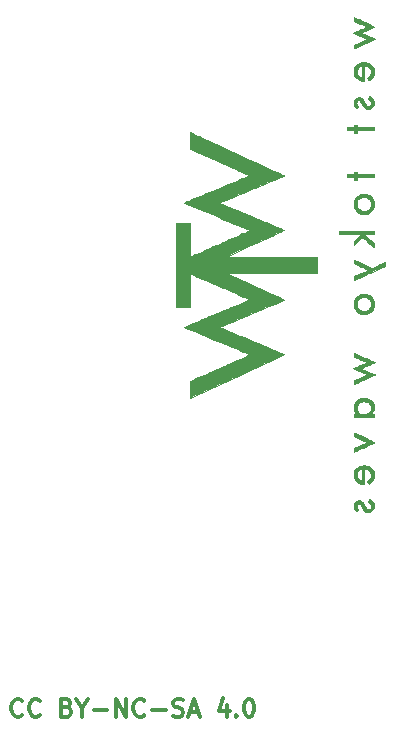
<source format=gbr>
G04 #@! TF.GenerationSoftware,KiCad,Pcbnew,(5.1.4)-1*
G04 #@! TF.CreationDate,2020-05-14T10:00:22+09:00*
G04 #@! TF.ProjectId,linearpowerboard,6c696e65-6172-4706-9f77-6572626f6172,2.1*
G04 #@! TF.SameCoordinates,Original*
G04 #@! TF.FileFunction,Legend,Bot*
G04 #@! TF.FilePolarity,Positive*
%FSLAX46Y46*%
G04 Gerber Fmt 4.6, Leading zero omitted, Abs format (unit mm)*
G04 Created by KiCad (PCBNEW (5.1.4)-1) date 2020-05-14 10:00:22*
%MOMM*%
%LPD*%
G04 APERTURE LIST*
%ADD10C,0.300000*%
%ADD11C,0.010000*%
G04 APERTURE END LIST*
D10*
X176733417Y-129074954D02*
X176661988Y-129146382D01*
X176447702Y-129217811D01*
X176304845Y-129217811D01*
X176090560Y-129146382D01*
X175947702Y-129003525D01*
X175876274Y-128860668D01*
X175804845Y-128574954D01*
X175804845Y-128360668D01*
X175876274Y-128074954D01*
X175947702Y-127932097D01*
X176090560Y-127789240D01*
X176304845Y-127717811D01*
X176447702Y-127717811D01*
X176661988Y-127789240D01*
X176733417Y-127860668D01*
X178233417Y-129074954D02*
X178161988Y-129146382D01*
X177947702Y-129217811D01*
X177804845Y-129217811D01*
X177590560Y-129146382D01*
X177447702Y-129003525D01*
X177376274Y-128860668D01*
X177304845Y-128574954D01*
X177304845Y-128360668D01*
X177376274Y-128074954D01*
X177447702Y-127932097D01*
X177590560Y-127789240D01*
X177804845Y-127717811D01*
X177947702Y-127717811D01*
X178161988Y-127789240D01*
X178233417Y-127860668D01*
X180519131Y-128432097D02*
X180733417Y-128503525D01*
X180804845Y-128574954D01*
X180876274Y-128717811D01*
X180876274Y-128932097D01*
X180804845Y-129074954D01*
X180733417Y-129146382D01*
X180590560Y-129217811D01*
X180019131Y-129217811D01*
X180019131Y-127717811D01*
X180519131Y-127717811D01*
X180661988Y-127789240D01*
X180733417Y-127860668D01*
X180804845Y-128003525D01*
X180804845Y-128146382D01*
X180733417Y-128289240D01*
X180661988Y-128360668D01*
X180519131Y-128432097D01*
X180019131Y-128432097D01*
X181804845Y-128503525D02*
X181804845Y-129217811D01*
X181304845Y-127717811D02*
X181804845Y-128503525D01*
X182304845Y-127717811D01*
X182804845Y-128646382D02*
X183947702Y-128646382D01*
X184661988Y-129217811D02*
X184661988Y-127717811D01*
X185519131Y-129217811D01*
X185519131Y-127717811D01*
X187090560Y-129074954D02*
X187019131Y-129146382D01*
X186804845Y-129217811D01*
X186661988Y-129217811D01*
X186447702Y-129146382D01*
X186304845Y-129003525D01*
X186233417Y-128860668D01*
X186161988Y-128574954D01*
X186161988Y-128360668D01*
X186233417Y-128074954D01*
X186304845Y-127932097D01*
X186447702Y-127789240D01*
X186661988Y-127717811D01*
X186804845Y-127717811D01*
X187019131Y-127789240D01*
X187090560Y-127860668D01*
X187733417Y-128646382D02*
X188876274Y-128646382D01*
X189519131Y-129146382D02*
X189733417Y-129217811D01*
X190090560Y-129217811D01*
X190233417Y-129146382D01*
X190304845Y-129074954D01*
X190376274Y-128932097D01*
X190376274Y-128789240D01*
X190304845Y-128646382D01*
X190233417Y-128574954D01*
X190090560Y-128503525D01*
X189804845Y-128432097D01*
X189661988Y-128360668D01*
X189590560Y-128289240D01*
X189519131Y-128146382D01*
X189519131Y-128003525D01*
X189590560Y-127860668D01*
X189661988Y-127789240D01*
X189804845Y-127717811D01*
X190161988Y-127717811D01*
X190376274Y-127789240D01*
X190947702Y-128789240D02*
X191661988Y-128789240D01*
X190804845Y-129217811D02*
X191304845Y-127717811D01*
X191804845Y-129217811D01*
X194090560Y-128217811D02*
X194090560Y-129217811D01*
X193733417Y-127646382D02*
X193376274Y-128717811D01*
X194304845Y-128717811D01*
X194876274Y-129074954D02*
X194947702Y-129146382D01*
X194876274Y-129217811D01*
X194804845Y-129146382D01*
X194876274Y-129074954D01*
X194876274Y-129217811D01*
X195876274Y-127717811D02*
X196019131Y-127717811D01*
X196161988Y-127789240D01*
X196233417Y-127860668D01*
X196304845Y-128003525D01*
X196376274Y-128289240D01*
X196376274Y-128646382D01*
X196304845Y-128932097D01*
X196233417Y-129074954D01*
X196161988Y-129146382D01*
X196019131Y-129217811D01*
X195876274Y-129217811D01*
X195733417Y-129146382D01*
X195661988Y-129074954D01*
X195590560Y-128932097D01*
X195519131Y-128646382D01*
X195519131Y-128289240D01*
X195590560Y-128003525D01*
X195661988Y-127860668D01*
X195733417Y-127789240D01*
X195876274Y-127717811D01*
D11*
G36*
X190950000Y-94558334D02*
G01*
X190950000Y-93129584D01*
X190950188Y-92887905D01*
X190950732Y-92659084D01*
X190951599Y-92446568D01*
X190952758Y-92253807D01*
X190954178Y-92084250D01*
X190955828Y-91941347D01*
X190957675Y-91828546D01*
X190959688Y-91749297D01*
X190961836Y-91707049D01*
X190963054Y-91700834D01*
X190984160Y-91709139D01*
X191041232Y-91733241D01*
X191131476Y-91771917D01*
X191252096Y-91823944D01*
X191400298Y-91888101D01*
X191573285Y-91963165D01*
X191768262Y-92047914D01*
X191982436Y-92141126D01*
X192213009Y-92241578D01*
X192457187Y-92348049D01*
X192712175Y-92459315D01*
X192975178Y-92574155D01*
X193243400Y-92691346D01*
X193514046Y-92809666D01*
X193784322Y-92927893D01*
X194051430Y-93044805D01*
X194312578Y-93159179D01*
X194564969Y-93269793D01*
X194805808Y-93375424D01*
X195032300Y-93474852D01*
X195241649Y-93566852D01*
X195431062Y-93650204D01*
X195597741Y-93723684D01*
X195738893Y-93786071D01*
X195851721Y-93836141D01*
X195933431Y-93872674D01*
X195981228Y-93894447D01*
X195993122Y-93900338D01*
X195975810Y-93909990D01*
X195921516Y-93934808D01*
X195832417Y-93973877D01*
X195710691Y-94026281D01*
X195558516Y-94091106D01*
X195378071Y-94167437D01*
X195171532Y-94254360D01*
X194941078Y-94350958D01*
X194688886Y-94456319D01*
X194417135Y-94569525D01*
X194128002Y-94689664D01*
X193823665Y-94815820D01*
X193506302Y-94947078D01*
X193215571Y-95067071D01*
X192888467Y-95202083D01*
X192572447Y-95332788D01*
X192269689Y-95458273D01*
X191982373Y-95577623D01*
X191712676Y-95689925D01*
X191462777Y-95794265D01*
X191234855Y-95889729D01*
X191031087Y-95975402D01*
X190853654Y-96050372D01*
X190704733Y-96113724D01*
X190586502Y-96164544D01*
X190501140Y-96201918D01*
X190450826Y-96224933D01*
X190437283Y-96232595D01*
X190458297Y-96242161D01*
X190516214Y-96266991D01*
X190608821Y-96306161D01*
X190733904Y-96358748D01*
X190889251Y-96423830D01*
X191072647Y-96500483D01*
X191281879Y-96587784D01*
X191514735Y-96684811D01*
X191768999Y-96790640D01*
X192042460Y-96904349D01*
X192332903Y-97025014D01*
X192638116Y-97151713D01*
X192955884Y-97283523D01*
X193230238Y-97397245D01*
X193556534Y-97532529D01*
X193871938Y-97663441D01*
X194174253Y-97789062D01*
X194461281Y-97908472D01*
X194730824Y-98020753D01*
X194980685Y-98124986D01*
X195208667Y-98220252D01*
X195412573Y-98305631D01*
X195590204Y-98380205D01*
X195739363Y-98443056D01*
X195857853Y-98493263D01*
X195943476Y-98529908D01*
X195994036Y-98552071D01*
X196007801Y-98558834D01*
X195988783Y-98568482D01*
X195933275Y-98594106D01*
X195843561Y-98634694D01*
X195721927Y-98689231D01*
X195570657Y-98756706D01*
X195392036Y-98836106D01*
X195188349Y-98926418D01*
X194961880Y-99026628D01*
X194714914Y-99135725D01*
X194449736Y-99252695D01*
X194168631Y-99376526D01*
X193873884Y-99506205D01*
X193567779Y-99640719D01*
X193505314Y-99668149D01*
X193196889Y-99803621D01*
X192899145Y-99934502D01*
X192614386Y-100059774D01*
X192344917Y-100178420D01*
X192093040Y-100289422D01*
X191861061Y-100391761D01*
X191651282Y-100484420D01*
X191466009Y-100566382D01*
X191307544Y-100636628D01*
X191178192Y-100694140D01*
X191080257Y-100737902D01*
X191016042Y-100766894D01*
X190987852Y-100780100D01*
X190986756Y-100780743D01*
X190983071Y-100804478D01*
X190980009Y-100865522D01*
X190977643Y-100958854D01*
X190976046Y-101079455D01*
X190975292Y-101222303D01*
X190975454Y-101382379D01*
X190976172Y-101504594D01*
X190981750Y-102214582D01*
X194082667Y-100778399D01*
X194441389Y-100612252D01*
X194799705Y-100446285D01*
X195154755Y-100281821D01*
X195503680Y-100120185D01*
X195843620Y-99962702D01*
X196171717Y-99810698D01*
X196485112Y-99665496D01*
X196780944Y-99528421D01*
X197056356Y-99400799D01*
X197308487Y-99283954D01*
X197534479Y-99179211D01*
X197731471Y-99087895D01*
X197896606Y-99011330D01*
X198027024Y-98950841D01*
X198058249Y-98936353D01*
X198267754Y-98838531D01*
X198451078Y-98751687D01*
X198606232Y-98676811D01*
X198731228Y-98614892D01*
X198824076Y-98566920D01*
X198882788Y-98533886D01*
X198905375Y-98516779D01*
X198904916Y-98514956D01*
X198882356Y-98505148D01*
X198822929Y-98480095D01*
X198728885Y-98440730D01*
X198602475Y-98387990D01*
X198445952Y-98322809D01*
X198261566Y-98246123D01*
X198051569Y-98158867D01*
X197818211Y-98061976D01*
X197563743Y-97956385D01*
X197290418Y-97843029D01*
X197000486Y-97722843D01*
X196696198Y-97596763D01*
X196379806Y-97465723D01*
X196157000Y-97373477D01*
X195833829Y-97239637D01*
X195521371Y-97110118D01*
X195221865Y-96985854D01*
X194937550Y-96867778D01*
X194670664Y-96756824D01*
X194423445Y-96653925D01*
X194198132Y-96560015D01*
X193996964Y-96476027D01*
X193822179Y-96402895D01*
X193676016Y-96341553D01*
X193560712Y-96292933D01*
X193478507Y-96257969D01*
X193431640Y-96237596D01*
X193421071Y-96232529D01*
X193438358Y-96222818D01*
X193492587Y-96197890D01*
X193581568Y-96158673D01*
X193703109Y-96106090D01*
X193855017Y-96041067D01*
X194035100Y-95964530D01*
X194241167Y-95877403D01*
X194471025Y-95780612D01*
X194722482Y-95675082D01*
X194993346Y-95561738D01*
X195281426Y-95441506D01*
X195584529Y-95315310D01*
X195900464Y-95184076D01*
X196156863Y-95077787D01*
X196481648Y-94943163D01*
X196795528Y-94812854D01*
X197096297Y-94687785D01*
X197381745Y-94568884D01*
X197649664Y-94457078D01*
X197897845Y-94353293D01*
X198124079Y-94258457D01*
X198326160Y-94173495D01*
X198501877Y-94099335D01*
X198649022Y-94036904D01*
X198765387Y-93987128D01*
X198848763Y-93950934D01*
X198896942Y-93929249D01*
X198908667Y-93923003D01*
X198889801Y-93912480D01*
X198834722Y-93885395D01*
X198745709Y-93842809D01*
X198625040Y-93785782D01*
X198474994Y-93715374D01*
X198297849Y-93632645D01*
X198095884Y-93538656D01*
X197871377Y-93434466D01*
X197626608Y-93321136D01*
X197363854Y-93199726D01*
X197085394Y-93071295D01*
X196793507Y-92936905D01*
X196490472Y-92797615D01*
X196447621Y-92777938D01*
X193986576Y-91647917D01*
X197834038Y-91642568D01*
X201681500Y-91637220D01*
X201681500Y-90303948D01*
X197837411Y-90298599D01*
X193993321Y-90293250D01*
X196460460Y-89150897D01*
X196764885Y-89009886D01*
X197058436Y-88873808D01*
X197338850Y-88743716D01*
X197603862Y-88620666D01*
X197851209Y-88505713D01*
X198078627Y-88399910D01*
X198283852Y-88304313D01*
X198464620Y-88219976D01*
X198618666Y-88147955D01*
X198743728Y-88089303D01*
X198837541Y-88045075D01*
X198897841Y-88016327D01*
X198922364Y-88004113D01*
X198922812Y-88003757D01*
X198903050Y-87995241D01*
X198846389Y-87971456D01*
X198755048Y-87933322D01*
X198631242Y-87881760D01*
X198477190Y-87817690D01*
X198295108Y-87742032D01*
X198087214Y-87655707D01*
X197855724Y-87559635D01*
X197602857Y-87454738D01*
X197330828Y-87341934D01*
X197041855Y-87222145D01*
X196738155Y-87096291D01*
X196421945Y-86965293D01*
X196177555Y-86864073D01*
X195853130Y-86729653D01*
X195539398Y-86599529D01*
X195238590Y-86474633D01*
X194952937Y-86355898D01*
X194684669Y-86244255D01*
X194436019Y-86140637D01*
X194209217Y-86045974D01*
X194006495Y-85961199D01*
X193830082Y-85887243D01*
X193682211Y-85825039D01*
X193565113Y-85775518D01*
X193481018Y-85739612D01*
X193432158Y-85718252D01*
X193419991Y-85712354D01*
X193416635Y-85710057D01*
X193413307Y-85708094D01*
X193411827Y-85705696D01*
X193414013Y-85702092D01*
X193421683Y-85696513D01*
X193436657Y-85688191D01*
X193460753Y-85676355D01*
X193495790Y-85660235D01*
X193543586Y-85639063D01*
X193605961Y-85612068D01*
X193684733Y-85578482D01*
X193781721Y-85537534D01*
X193898743Y-85488455D01*
X194037619Y-85430476D01*
X194200166Y-85362828D01*
X194388205Y-85284739D01*
X194603552Y-85195442D01*
X194848028Y-85094167D01*
X195123451Y-84980143D01*
X195431640Y-84852602D01*
X195774413Y-84710774D01*
X196153589Y-84553890D01*
X196352576Y-84471556D01*
X196665401Y-84342029D01*
X196967242Y-84216882D01*
X197255805Y-84097073D01*
X197528799Y-83983560D01*
X197783932Y-83877303D01*
X198018912Y-83779260D01*
X198231446Y-83690391D01*
X198419242Y-83611653D01*
X198580008Y-83544005D01*
X198711451Y-83488407D01*
X198811281Y-83445817D01*
X198877203Y-83417195D01*
X198906927Y-83403497D01*
X198908451Y-83402469D01*
X198889545Y-83392590D01*
X198834036Y-83365940D01*
X198743803Y-83323388D01*
X198620725Y-83265802D01*
X198466682Y-83194052D01*
X198283554Y-83109007D01*
X198073219Y-83011535D01*
X197837558Y-82902506D01*
X197578450Y-82782788D01*
X197297774Y-82653251D01*
X196997410Y-82514764D01*
X196679237Y-82368195D01*
X196345135Y-82214413D01*
X195996982Y-82054288D01*
X195636660Y-81888688D01*
X195294459Y-81731527D01*
X194918655Y-81558984D01*
X194549863Y-81389648D01*
X194190215Y-81224499D01*
X193841845Y-81064516D01*
X193506886Y-80910679D01*
X193187469Y-80763969D01*
X192885728Y-80625364D01*
X192603796Y-80495845D01*
X192343805Y-80376392D01*
X192107889Y-80267985D01*
X191898179Y-80171602D01*
X191716810Y-80088225D01*
X191565913Y-80018833D01*
X191447621Y-79964405D01*
X191364067Y-79925922D01*
X191325432Y-79908090D01*
X190970614Y-79743981D01*
X190981750Y-81186067D01*
X193483645Y-82279609D01*
X193792004Y-82414432D01*
X194089582Y-82544627D01*
X194374083Y-82669183D01*
X194643206Y-82787092D01*
X194894654Y-82897344D01*
X195126129Y-82998927D01*
X195335331Y-83090834D01*
X195519963Y-83172053D01*
X195677726Y-83241575D01*
X195806322Y-83298391D01*
X195903451Y-83341489D01*
X195966816Y-83369861D01*
X195994119Y-83382496D01*
X195995039Y-83383034D01*
X195977041Y-83392161D01*
X195922198Y-83416408D01*
X195832822Y-83454812D01*
X195711226Y-83506405D01*
X195559722Y-83570223D01*
X195380623Y-83645299D01*
X195176240Y-83730667D01*
X194948887Y-83825363D01*
X194700875Y-83928420D01*
X194434518Y-84038873D01*
X194152127Y-84155756D01*
X193856015Y-84278103D01*
X193548495Y-84404948D01*
X193514311Y-84419035D01*
X193198733Y-84549074D01*
X192889768Y-84676393D01*
X192590144Y-84799867D01*
X192302590Y-84918372D01*
X192029834Y-85030784D01*
X191774605Y-85135977D01*
X191539630Y-85232827D01*
X191327639Y-85320209D01*
X191141359Y-85397000D01*
X190983520Y-85462074D01*
X190856849Y-85514307D01*
X190764075Y-85552574D01*
X190710925Y-85574511D01*
X190397767Y-85703869D01*
X193192717Y-86864256D01*
X193520008Y-87000224D01*
X193836418Y-87131840D01*
X194139756Y-87258183D01*
X194427833Y-87378335D01*
X194698459Y-87491378D01*
X194949443Y-87596392D01*
X195178596Y-87692457D01*
X195383728Y-87778656D01*
X195562648Y-87854070D01*
X195713168Y-87917778D01*
X195833095Y-87968862D01*
X195920242Y-88006404D01*
X195972418Y-88029484D01*
X195987667Y-88037118D01*
X195968761Y-88046453D01*
X195913894Y-88071629D01*
X195825847Y-88111418D01*
X195707396Y-88164589D01*
X195561320Y-88229912D01*
X195390399Y-88306159D01*
X195197410Y-88392100D01*
X194985132Y-88486504D01*
X194756344Y-88588142D01*
X194513823Y-88695785D01*
X194260349Y-88808203D01*
X193998700Y-88924165D01*
X193731655Y-89042444D01*
X193461991Y-89161808D01*
X193192488Y-89281028D01*
X192925924Y-89398874D01*
X192665078Y-89514118D01*
X192412727Y-89625528D01*
X192171651Y-89731876D01*
X191944629Y-89831932D01*
X191734437Y-89924466D01*
X191543856Y-90008248D01*
X191375663Y-90082049D01*
X191232637Y-90144640D01*
X191117557Y-90194789D01*
X191033201Y-90231269D01*
X190982348Y-90252848D01*
X190969522Y-90257972D01*
X190965721Y-90238608D01*
X190962256Y-90179139D01*
X190959158Y-90081793D01*
X190956458Y-89948797D01*
X190954187Y-89782378D01*
X190952374Y-89584763D01*
X190951052Y-89358181D01*
X190950251Y-89104858D01*
X190950000Y-88845097D01*
X190950000Y-87425167D01*
X189722334Y-87425167D01*
X189722334Y-94558334D01*
X190950000Y-94558334D01*
X190950000Y-94558334D01*
G37*
X190950000Y-94558334D02*
X190950000Y-93129584D01*
X190950188Y-92887905D01*
X190950732Y-92659084D01*
X190951599Y-92446568D01*
X190952758Y-92253807D01*
X190954178Y-92084250D01*
X190955828Y-91941347D01*
X190957675Y-91828546D01*
X190959688Y-91749297D01*
X190961836Y-91707049D01*
X190963054Y-91700834D01*
X190984160Y-91709139D01*
X191041232Y-91733241D01*
X191131476Y-91771917D01*
X191252096Y-91823944D01*
X191400298Y-91888101D01*
X191573285Y-91963165D01*
X191768262Y-92047914D01*
X191982436Y-92141126D01*
X192213009Y-92241578D01*
X192457187Y-92348049D01*
X192712175Y-92459315D01*
X192975178Y-92574155D01*
X193243400Y-92691346D01*
X193514046Y-92809666D01*
X193784322Y-92927893D01*
X194051430Y-93044805D01*
X194312578Y-93159179D01*
X194564969Y-93269793D01*
X194805808Y-93375424D01*
X195032300Y-93474852D01*
X195241649Y-93566852D01*
X195431062Y-93650204D01*
X195597741Y-93723684D01*
X195738893Y-93786071D01*
X195851721Y-93836141D01*
X195933431Y-93872674D01*
X195981228Y-93894447D01*
X195993122Y-93900338D01*
X195975810Y-93909990D01*
X195921516Y-93934808D01*
X195832417Y-93973877D01*
X195710691Y-94026281D01*
X195558516Y-94091106D01*
X195378071Y-94167437D01*
X195171532Y-94254360D01*
X194941078Y-94350958D01*
X194688886Y-94456319D01*
X194417135Y-94569525D01*
X194128002Y-94689664D01*
X193823665Y-94815820D01*
X193506302Y-94947078D01*
X193215571Y-95067071D01*
X192888467Y-95202083D01*
X192572447Y-95332788D01*
X192269689Y-95458273D01*
X191982373Y-95577623D01*
X191712676Y-95689925D01*
X191462777Y-95794265D01*
X191234855Y-95889729D01*
X191031087Y-95975402D01*
X190853654Y-96050372D01*
X190704733Y-96113724D01*
X190586502Y-96164544D01*
X190501140Y-96201918D01*
X190450826Y-96224933D01*
X190437283Y-96232595D01*
X190458297Y-96242161D01*
X190516214Y-96266991D01*
X190608821Y-96306161D01*
X190733904Y-96358748D01*
X190889251Y-96423830D01*
X191072647Y-96500483D01*
X191281879Y-96587784D01*
X191514735Y-96684811D01*
X191768999Y-96790640D01*
X192042460Y-96904349D01*
X192332903Y-97025014D01*
X192638116Y-97151713D01*
X192955884Y-97283523D01*
X193230238Y-97397245D01*
X193556534Y-97532529D01*
X193871938Y-97663441D01*
X194174253Y-97789062D01*
X194461281Y-97908472D01*
X194730824Y-98020753D01*
X194980685Y-98124986D01*
X195208667Y-98220252D01*
X195412573Y-98305631D01*
X195590204Y-98380205D01*
X195739363Y-98443056D01*
X195857853Y-98493263D01*
X195943476Y-98529908D01*
X195994036Y-98552071D01*
X196007801Y-98558834D01*
X195988783Y-98568482D01*
X195933275Y-98594106D01*
X195843561Y-98634694D01*
X195721927Y-98689231D01*
X195570657Y-98756706D01*
X195392036Y-98836106D01*
X195188349Y-98926418D01*
X194961880Y-99026628D01*
X194714914Y-99135725D01*
X194449736Y-99252695D01*
X194168631Y-99376526D01*
X193873884Y-99506205D01*
X193567779Y-99640719D01*
X193505314Y-99668149D01*
X193196889Y-99803621D01*
X192899145Y-99934502D01*
X192614386Y-100059774D01*
X192344917Y-100178420D01*
X192093040Y-100289422D01*
X191861061Y-100391761D01*
X191651282Y-100484420D01*
X191466009Y-100566382D01*
X191307544Y-100636628D01*
X191178192Y-100694140D01*
X191080257Y-100737902D01*
X191016042Y-100766894D01*
X190987852Y-100780100D01*
X190986756Y-100780743D01*
X190983071Y-100804478D01*
X190980009Y-100865522D01*
X190977643Y-100958854D01*
X190976046Y-101079455D01*
X190975292Y-101222303D01*
X190975454Y-101382379D01*
X190976172Y-101504594D01*
X190981750Y-102214582D01*
X194082667Y-100778399D01*
X194441389Y-100612252D01*
X194799705Y-100446285D01*
X195154755Y-100281821D01*
X195503680Y-100120185D01*
X195843620Y-99962702D01*
X196171717Y-99810698D01*
X196485112Y-99665496D01*
X196780944Y-99528421D01*
X197056356Y-99400799D01*
X197308487Y-99283954D01*
X197534479Y-99179211D01*
X197731471Y-99087895D01*
X197896606Y-99011330D01*
X198027024Y-98950841D01*
X198058249Y-98936353D01*
X198267754Y-98838531D01*
X198451078Y-98751687D01*
X198606232Y-98676811D01*
X198731228Y-98614892D01*
X198824076Y-98566920D01*
X198882788Y-98533886D01*
X198905375Y-98516779D01*
X198904916Y-98514956D01*
X198882356Y-98505148D01*
X198822929Y-98480095D01*
X198728885Y-98440730D01*
X198602475Y-98387990D01*
X198445952Y-98322809D01*
X198261566Y-98246123D01*
X198051569Y-98158867D01*
X197818211Y-98061976D01*
X197563743Y-97956385D01*
X197290418Y-97843029D01*
X197000486Y-97722843D01*
X196696198Y-97596763D01*
X196379806Y-97465723D01*
X196157000Y-97373477D01*
X195833829Y-97239637D01*
X195521371Y-97110118D01*
X195221865Y-96985854D01*
X194937550Y-96867778D01*
X194670664Y-96756824D01*
X194423445Y-96653925D01*
X194198132Y-96560015D01*
X193996964Y-96476027D01*
X193822179Y-96402895D01*
X193676016Y-96341553D01*
X193560712Y-96292933D01*
X193478507Y-96257969D01*
X193431640Y-96237596D01*
X193421071Y-96232529D01*
X193438358Y-96222818D01*
X193492587Y-96197890D01*
X193581568Y-96158673D01*
X193703109Y-96106090D01*
X193855017Y-96041067D01*
X194035100Y-95964530D01*
X194241167Y-95877403D01*
X194471025Y-95780612D01*
X194722482Y-95675082D01*
X194993346Y-95561738D01*
X195281426Y-95441506D01*
X195584529Y-95315310D01*
X195900464Y-95184076D01*
X196156863Y-95077787D01*
X196481648Y-94943163D01*
X196795528Y-94812854D01*
X197096297Y-94687785D01*
X197381745Y-94568884D01*
X197649664Y-94457078D01*
X197897845Y-94353293D01*
X198124079Y-94258457D01*
X198326160Y-94173495D01*
X198501877Y-94099335D01*
X198649022Y-94036904D01*
X198765387Y-93987128D01*
X198848763Y-93950934D01*
X198896942Y-93929249D01*
X198908667Y-93923003D01*
X198889801Y-93912480D01*
X198834722Y-93885395D01*
X198745709Y-93842809D01*
X198625040Y-93785782D01*
X198474994Y-93715374D01*
X198297849Y-93632645D01*
X198095884Y-93538656D01*
X197871377Y-93434466D01*
X197626608Y-93321136D01*
X197363854Y-93199726D01*
X197085394Y-93071295D01*
X196793507Y-92936905D01*
X196490472Y-92797615D01*
X196447621Y-92777938D01*
X193986576Y-91647917D01*
X197834038Y-91642568D01*
X201681500Y-91637220D01*
X201681500Y-90303948D01*
X197837411Y-90298599D01*
X193993321Y-90293250D01*
X196460460Y-89150897D01*
X196764885Y-89009886D01*
X197058436Y-88873808D01*
X197338850Y-88743716D01*
X197603862Y-88620666D01*
X197851209Y-88505713D01*
X198078627Y-88399910D01*
X198283852Y-88304313D01*
X198464620Y-88219976D01*
X198618666Y-88147955D01*
X198743728Y-88089303D01*
X198837541Y-88045075D01*
X198897841Y-88016327D01*
X198922364Y-88004113D01*
X198922812Y-88003757D01*
X198903050Y-87995241D01*
X198846389Y-87971456D01*
X198755048Y-87933322D01*
X198631242Y-87881760D01*
X198477190Y-87817690D01*
X198295108Y-87742032D01*
X198087214Y-87655707D01*
X197855724Y-87559635D01*
X197602857Y-87454738D01*
X197330828Y-87341934D01*
X197041855Y-87222145D01*
X196738155Y-87096291D01*
X196421945Y-86965293D01*
X196177555Y-86864073D01*
X195853130Y-86729653D01*
X195539398Y-86599529D01*
X195238590Y-86474633D01*
X194952937Y-86355898D01*
X194684669Y-86244255D01*
X194436019Y-86140637D01*
X194209217Y-86045974D01*
X194006495Y-85961199D01*
X193830082Y-85887243D01*
X193682211Y-85825039D01*
X193565113Y-85775518D01*
X193481018Y-85739612D01*
X193432158Y-85718252D01*
X193419991Y-85712354D01*
X193416635Y-85710057D01*
X193413307Y-85708094D01*
X193411827Y-85705696D01*
X193414013Y-85702092D01*
X193421683Y-85696513D01*
X193436657Y-85688191D01*
X193460753Y-85676355D01*
X193495790Y-85660235D01*
X193543586Y-85639063D01*
X193605961Y-85612068D01*
X193684733Y-85578482D01*
X193781721Y-85537534D01*
X193898743Y-85488455D01*
X194037619Y-85430476D01*
X194200166Y-85362828D01*
X194388205Y-85284739D01*
X194603552Y-85195442D01*
X194848028Y-85094167D01*
X195123451Y-84980143D01*
X195431640Y-84852602D01*
X195774413Y-84710774D01*
X196153589Y-84553890D01*
X196352576Y-84471556D01*
X196665401Y-84342029D01*
X196967242Y-84216882D01*
X197255805Y-84097073D01*
X197528799Y-83983560D01*
X197783932Y-83877303D01*
X198018912Y-83779260D01*
X198231446Y-83690391D01*
X198419242Y-83611653D01*
X198580008Y-83544005D01*
X198711451Y-83488407D01*
X198811281Y-83445817D01*
X198877203Y-83417195D01*
X198906927Y-83403497D01*
X198908451Y-83402469D01*
X198889545Y-83392590D01*
X198834036Y-83365940D01*
X198743803Y-83323388D01*
X198620725Y-83265802D01*
X198466682Y-83194052D01*
X198283554Y-83109007D01*
X198073219Y-83011535D01*
X197837558Y-82902506D01*
X197578450Y-82782788D01*
X197297774Y-82653251D01*
X196997410Y-82514764D01*
X196679237Y-82368195D01*
X196345135Y-82214413D01*
X195996982Y-82054288D01*
X195636660Y-81888688D01*
X195294459Y-81731527D01*
X194918655Y-81558984D01*
X194549863Y-81389648D01*
X194190215Y-81224499D01*
X193841845Y-81064516D01*
X193506886Y-80910679D01*
X193187469Y-80763969D01*
X192885728Y-80625364D01*
X192603796Y-80495845D01*
X192343805Y-80376392D01*
X192107889Y-80267985D01*
X191898179Y-80171602D01*
X191716810Y-80088225D01*
X191565913Y-80018833D01*
X191447621Y-79964405D01*
X191364067Y-79925922D01*
X191325432Y-79908090D01*
X190970614Y-79743981D01*
X190981750Y-81186067D01*
X193483645Y-82279609D01*
X193792004Y-82414432D01*
X194089582Y-82544627D01*
X194374083Y-82669183D01*
X194643206Y-82787092D01*
X194894654Y-82897344D01*
X195126129Y-82998927D01*
X195335331Y-83090834D01*
X195519963Y-83172053D01*
X195677726Y-83241575D01*
X195806322Y-83298391D01*
X195903451Y-83341489D01*
X195966816Y-83369861D01*
X195994119Y-83382496D01*
X195995039Y-83383034D01*
X195977041Y-83392161D01*
X195922198Y-83416408D01*
X195832822Y-83454812D01*
X195711226Y-83506405D01*
X195559722Y-83570223D01*
X195380623Y-83645299D01*
X195176240Y-83730667D01*
X194948887Y-83825363D01*
X194700875Y-83928420D01*
X194434518Y-84038873D01*
X194152127Y-84155756D01*
X193856015Y-84278103D01*
X193548495Y-84404948D01*
X193514311Y-84419035D01*
X193198733Y-84549074D01*
X192889768Y-84676393D01*
X192590144Y-84799867D01*
X192302590Y-84918372D01*
X192029834Y-85030784D01*
X191774605Y-85135977D01*
X191539630Y-85232827D01*
X191327639Y-85320209D01*
X191141359Y-85397000D01*
X190983520Y-85462074D01*
X190856849Y-85514307D01*
X190764075Y-85552574D01*
X190710925Y-85574511D01*
X190397767Y-85703869D01*
X193192717Y-86864256D01*
X193520008Y-87000224D01*
X193836418Y-87131840D01*
X194139756Y-87258183D01*
X194427833Y-87378335D01*
X194698459Y-87491378D01*
X194949443Y-87596392D01*
X195178596Y-87692457D01*
X195383728Y-87778656D01*
X195562648Y-87854070D01*
X195713168Y-87917778D01*
X195833095Y-87968862D01*
X195920242Y-88006404D01*
X195972418Y-88029484D01*
X195987667Y-88037118D01*
X195968761Y-88046453D01*
X195913894Y-88071629D01*
X195825847Y-88111418D01*
X195707396Y-88164589D01*
X195561320Y-88229912D01*
X195390399Y-88306159D01*
X195197410Y-88392100D01*
X194985132Y-88486504D01*
X194756344Y-88588142D01*
X194513823Y-88695785D01*
X194260349Y-88808203D01*
X193998700Y-88924165D01*
X193731655Y-89042444D01*
X193461991Y-89161808D01*
X193192488Y-89281028D01*
X192925924Y-89398874D01*
X192665078Y-89514118D01*
X192412727Y-89625528D01*
X192171651Y-89731876D01*
X191944629Y-89831932D01*
X191734437Y-89924466D01*
X191543856Y-90008248D01*
X191375663Y-90082049D01*
X191232637Y-90144640D01*
X191117557Y-90194789D01*
X191033201Y-90231269D01*
X190982348Y-90252848D01*
X190969522Y-90257972D01*
X190965721Y-90238608D01*
X190962256Y-90179139D01*
X190959158Y-90081793D01*
X190956458Y-89948797D01*
X190954187Y-89782378D01*
X190952374Y-89584763D01*
X190951052Y-89358181D01*
X190950251Y-89104858D01*
X190950000Y-88845097D01*
X190950000Y-87425167D01*
X189722334Y-87425167D01*
X189722334Y-94558334D01*
X190950000Y-94558334D01*
G36*
X205438036Y-88356500D02*
G01*
X204835334Y-88960280D01*
X204835334Y-89319102D01*
X205183653Y-88971262D01*
X205294988Y-88860456D01*
X205380564Y-88776596D01*
X205444323Y-88716465D01*
X205490205Y-88676841D01*
X205522151Y-88654504D01*
X205544102Y-88646235D01*
X205559998Y-88648813D01*
X205569945Y-88655610D01*
X205602885Y-88684077D01*
X205661626Y-88735380D01*
X205740543Y-88804566D01*
X205834013Y-88886678D01*
X205936410Y-88976762D01*
X206042110Y-89069863D01*
X206145488Y-89161026D01*
X206240920Y-89245297D01*
X206322781Y-89317719D01*
X206385447Y-89373340D01*
X206423292Y-89407203D01*
X206428125Y-89411605D01*
X206486334Y-89465087D01*
X206486334Y-89099288D01*
X206107540Y-88764936D01*
X205973625Y-88646577D01*
X205871303Y-88553609D01*
X205800818Y-88482967D01*
X205762419Y-88431590D01*
X205756350Y-88396414D01*
X205782858Y-88374377D01*
X205842188Y-88362416D01*
X205934588Y-88357469D01*
X206060303Y-88356473D01*
X206140364Y-88356500D01*
X206486334Y-88356500D01*
X206486334Y-88081334D01*
X203586500Y-88081334D01*
X203586500Y-88356500D01*
X205438036Y-88356500D01*
X205438036Y-88356500D01*
G37*
X205438036Y-88356500D02*
X204835334Y-88960280D01*
X204835334Y-89319102D01*
X205183653Y-88971262D01*
X205294988Y-88860456D01*
X205380564Y-88776596D01*
X205444323Y-88716465D01*
X205490205Y-88676841D01*
X205522151Y-88654504D01*
X205544102Y-88646235D01*
X205559998Y-88648813D01*
X205569945Y-88655610D01*
X205602885Y-88684077D01*
X205661626Y-88735380D01*
X205740543Y-88804566D01*
X205834013Y-88886678D01*
X205936410Y-88976762D01*
X206042110Y-89069863D01*
X206145488Y-89161026D01*
X206240920Y-89245297D01*
X206322781Y-89317719D01*
X206385447Y-89373340D01*
X206423292Y-89407203D01*
X206428125Y-89411605D01*
X206486334Y-89465087D01*
X206486334Y-89099288D01*
X206107540Y-88764936D01*
X205973625Y-88646577D01*
X205871303Y-88553609D01*
X205800818Y-88482967D01*
X205762419Y-88431590D01*
X205756350Y-88396414D01*
X205782858Y-88374377D01*
X205842188Y-88362416D01*
X205934588Y-88357469D01*
X206060303Y-88356473D01*
X206140364Y-88356500D01*
X206486334Y-88356500D01*
X206486334Y-88081334D01*
X203586500Y-88081334D01*
X203586500Y-88356500D01*
X205438036Y-88356500D01*
G36*
X204835334Y-83509334D02*
G01*
X204835334Y-83805667D01*
X205089334Y-83805667D01*
X205089334Y-83509334D01*
X206486334Y-83509334D01*
X206486334Y-83234167D01*
X205089334Y-83234167D01*
X205089334Y-83064834D01*
X204835334Y-83064834D01*
X204835334Y-83234167D01*
X204242667Y-83234167D01*
X204242667Y-83509334D01*
X204835334Y-83509334D01*
X204835334Y-83509334D01*
G37*
X204835334Y-83509334D02*
X204835334Y-83805667D01*
X205089334Y-83805667D01*
X205089334Y-83509334D01*
X206486334Y-83509334D01*
X206486334Y-83234167D01*
X205089334Y-83234167D01*
X205089334Y-83064834D01*
X204835334Y-83064834D01*
X204835334Y-83234167D01*
X204242667Y-83234167D01*
X204242667Y-83509334D01*
X204835334Y-83509334D01*
G36*
X204835334Y-79530000D02*
G01*
X204835334Y-79826334D01*
X205089334Y-79826334D01*
X205089334Y-79530000D01*
X206486334Y-79530000D01*
X206486334Y-79254834D01*
X205089334Y-79254834D01*
X205089334Y-79085500D01*
X204835334Y-79085500D01*
X204835334Y-79254834D01*
X204242667Y-79254834D01*
X204242667Y-79530000D01*
X204835334Y-79530000D01*
X204835334Y-79530000D01*
G37*
X204835334Y-79530000D02*
X204835334Y-79826334D01*
X205089334Y-79826334D01*
X205089334Y-79530000D01*
X206486334Y-79530000D01*
X206486334Y-79254834D01*
X205089334Y-79254834D01*
X205089334Y-79085500D01*
X204835334Y-79085500D01*
X204835334Y-79254834D01*
X204242667Y-79254834D01*
X204242667Y-79530000D01*
X204835334Y-79530000D01*
G36*
X204826998Y-111558191D02*
G01*
X204896232Y-111676020D01*
X205000982Y-111776914D01*
X205062582Y-111817347D01*
X205088269Y-111808842D01*
X205123380Y-111759155D01*
X205144218Y-111719363D01*
X205199691Y-111606257D01*
X205123345Y-111529912D01*
X205074225Y-111473367D01*
X205051690Y-111422260D01*
X205047000Y-111369874D01*
X205064156Y-111277860D01*
X205112724Y-111212336D01*
X205188350Y-111177144D01*
X205269250Y-111173795D01*
X205302264Y-111181076D01*
X205331743Y-111199043D01*
X205361836Y-111233418D01*
X205396693Y-111289924D01*
X205440461Y-111374284D01*
X205492006Y-111481084D01*
X205564216Y-111624874D01*
X205629029Y-111733441D01*
X205691137Y-111812130D01*
X205755230Y-111866289D01*
X205825997Y-111901264D01*
X205872641Y-111915034D01*
X206016647Y-111929087D01*
X206155052Y-111903819D01*
X206281569Y-111842238D01*
X206389910Y-111747351D01*
X206470193Y-111629250D01*
X206507962Y-111518990D01*
X206522908Y-111389069D01*
X206514354Y-111255904D01*
X206489636Y-111156657D01*
X206428403Y-111038591D01*
X206337416Y-110930449D01*
X206229055Y-110846283D01*
X206203824Y-110832230D01*
X206153075Y-110808096D01*
X206121019Y-110796724D01*
X206116321Y-110796982D01*
X206105415Y-110818545D01*
X206083372Y-110867500D01*
X206061266Y-110918555D01*
X206034697Y-110983002D01*
X206024453Y-111019799D01*
X206029810Y-111040045D01*
X206050048Y-111054840D01*
X206052321Y-111056138D01*
X206091043Y-111083381D01*
X206144885Y-111127284D01*
X206175019Y-111153789D01*
X206228814Y-111209930D01*
X206256858Y-111264363D01*
X206268889Y-111328063D01*
X206266241Y-111444104D01*
X206231485Y-111536233D01*
X206167302Y-111601082D01*
X206076377Y-111635280D01*
X206020699Y-111639834D01*
X205958255Y-111634114D01*
X205905023Y-111613579D01*
X205856256Y-111573163D01*
X205807213Y-111507802D01*
X205753147Y-111412430D01*
X205693150Y-111290134D01*
X205628380Y-111161917D01*
X205570353Y-111065629D01*
X205521538Y-111005298D01*
X205515223Y-110999649D01*
X205408167Y-110934994D01*
X205290403Y-110906566D01*
X205169773Y-110912540D01*
X205054119Y-110951091D01*
X204951284Y-111020392D01*
X204869109Y-111118618D01*
X204849025Y-111154719D01*
X204801730Y-111292379D01*
X204794943Y-111428590D01*
X204826998Y-111558191D01*
X204826998Y-111558191D01*
G37*
X204826998Y-111558191D02*
X204896232Y-111676020D01*
X205000982Y-111776914D01*
X205062582Y-111817347D01*
X205088269Y-111808842D01*
X205123380Y-111759155D01*
X205144218Y-111719363D01*
X205199691Y-111606257D01*
X205123345Y-111529912D01*
X205074225Y-111473367D01*
X205051690Y-111422260D01*
X205047000Y-111369874D01*
X205064156Y-111277860D01*
X205112724Y-111212336D01*
X205188350Y-111177144D01*
X205269250Y-111173795D01*
X205302264Y-111181076D01*
X205331743Y-111199043D01*
X205361836Y-111233418D01*
X205396693Y-111289924D01*
X205440461Y-111374284D01*
X205492006Y-111481084D01*
X205564216Y-111624874D01*
X205629029Y-111733441D01*
X205691137Y-111812130D01*
X205755230Y-111866289D01*
X205825997Y-111901264D01*
X205872641Y-111915034D01*
X206016647Y-111929087D01*
X206155052Y-111903819D01*
X206281569Y-111842238D01*
X206389910Y-111747351D01*
X206470193Y-111629250D01*
X206507962Y-111518990D01*
X206522908Y-111389069D01*
X206514354Y-111255904D01*
X206489636Y-111156657D01*
X206428403Y-111038591D01*
X206337416Y-110930449D01*
X206229055Y-110846283D01*
X206203824Y-110832230D01*
X206153075Y-110808096D01*
X206121019Y-110796724D01*
X206116321Y-110796982D01*
X206105415Y-110818545D01*
X206083372Y-110867500D01*
X206061266Y-110918555D01*
X206034697Y-110983002D01*
X206024453Y-111019799D01*
X206029810Y-111040045D01*
X206050048Y-111054840D01*
X206052321Y-111056138D01*
X206091043Y-111083381D01*
X206144885Y-111127284D01*
X206175019Y-111153789D01*
X206228814Y-111209930D01*
X206256858Y-111264363D01*
X206268889Y-111328063D01*
X206266241Y-111444104D01*
X206231485Y-111536233D01*
X206167302Y-111601082D01*
X206076377Y-111635280D01*
X206020699Y-111639834D01*
X205958255Y-111634114D01*
X205905023Y-111613579D01*
X205856256Y-111573163D01*
X205807213Y-111507802D01*
X205753147Y-111412430D01*
X205693150Y-111290134D01*
X205628380Y-111161917D01*
X205570353Y-111065629D01*
X205521538Y-111005298D01*
X205515223Y-110999649D01*
X205408167Y-110934994D01*
X205290403Y-110906566D01*
X205169773Y-110912540D01*
X205054119Y-110951091D01*
X204951284Y-111020392D01*
X204869109Y-111118618D01*
X204849025Y-111154719D01*
X204801730Y-111292379D01*
X204794943Y-111428590D01*
X204826998Y-111558191D01*
G36*
X204807848Y-108914937D02*
G01*
X204822497Y-108978799D01*
X204887158Y-109127785D01*
X204986717Y-109257126D01*
X205117198Y-109363943D01*
X205274627Y-109445356D01*
X205455029Y-109498488D01*
X205562160Y-109514566D01*
X205702547Y-109528949D01*
X205708148Y-108875183D01*
X205713750Y-108221417D01*
X205798417Y-108227877D01*
X205929799Y-108258014D01*
X206048275Y-108323245D01*
X206147804Y-108416892D01*
X206222349Y-108532275D01*
X206265870Y-108662717D01*
X206274667Y-108754560D01*
X206259443Y-108883245D01*
X206211632Y-109000786D01*
X206128025Y-109112925D01*
X206016747Y-109216250D01*
X205938937Y-109279750D01*
X206003008Y-109390868D01*
X206067078Y-109501985D01*
X206131252Y-109464951D01*
X206240324Y-109383805D01*
X206342742Y-109274604D01*
X206426153Y-109151237D01*
X206447758Y-109109027D01*
X206499082Y-108956980D01*
X206522885Y-108788039D01*
X206517851Y-108618553D01*
X206496138Y-108507167D01*
X206429863Y-108344213D01*
X206330351Y-108205074D01*
X206200984Y-108092321D01*
X206045141Y-108008525D01*
X205866203Y-107956253D01*
X205751898Y-107941297D01*
X205556278Y-107943745D01*
X205491500Y-107956344D01*
X205491500Y-108226709D01*
X205491500Y-108714938D01*
X205490766Y-108854395D01*
X205488707Y-108979272D01*
X205485538Y-109083492D01*
X205481475Y-109160977D01*
X205476732Y-109205650D01*
X205473826Y-109214092D01*
X205435305Y-109216810D01*
X205375088Y-109199141D01*
X205305296Y-109166166D01*
X205238045Y-109122970D01*
X205217666Y-109106647D01*
X205125001Y-109001287D01*
X205067509Y-108878419D01*
X205046358Y-108745752D01*
X205062715Y-108610995D01*
X205117749Y-108481855D01*
X205121944Y-108475032D01*
X205195816Y-108381378D01*
X205285804Y-108304172D01*
X205379765Y-108252894D01*
X205422709Y-108240273D01*
X205491500Y-108226709D01*
X205491500Y-107956344D01*
X205371825Y-107979621D01*
X205203819Y-108046271D01*
X205057540Y-108141042D01*
X204938267Y-108261282D01*
X204857575Y-108390750D01*
X204820455Y-108501686D01*
X204799169Y-108636517D01*
X204794653Y-108779511D01*
X204807848Y-108914937D01*
X204807848Y-108914937D01*
G37*
X204807848Y-108914937D02*
X204822497Y-108978799D01*
X204887158Y-109127785D01*
X204986717Y-109257126D01*
X205117198Y-109363943D01*
X205274627Y-109445356D01*
X205455029Y-109498488D01*
X205562160Y-109514566D01*
X205702547Y-109528949D01*
X205708148Y-108875183D01*
X205713750Y-108221417D01*
X205798417Y-108227877D01*
X205929799Y-108258014D01*
X206048275Y-108323245D01*
X206147804Y-108416892D01*
X206222349Y-108532275D01*
X206265870Y-108662717D01*
X206274667Y-108754560D01*
X206259443Y-108883245D01*
X206211632Y-109000786D01*
X206128025Y-109112925D01*
X206016747Y-109216250D01*
X205938937Y-109279750D01*
X206003008Y-109390868D01*
X206067078Y-109501985D01*
X206131252Y-109464951D01*
X206240324Y-109383805D01*
X206342742Y-109274604D01*
X206426153Y-109151237D01*
X206447758Y-109109027D01*
X206499082Y-108956980D01*
X206522885Y-108788039D01*
X206517851Y-108618553D01*
X206496138Y-108507167D01*
X206429863Y-108344213D01*
X206330351Y-108205074D01*
X206200984Y-108092321D01*
X206045141Y-108008525D01*
X205866203Y-107956253D01*
X205751898Y-107941297D01*
X205556278Y-107943745D01*
X205491500Y-107956344D01*
X205491500Y-108226709D01*
X205491500Y-108714938D01*
X205490766Y-108854395D01*
X205488707Y-108979272D01*
X205485538Y-109083492D01*
X205481475Y-109160977D01*
X205476732Y-109205650D01*
X205473826Y-109214092D01*
X205435305Y-109216810D01*
X205375088Y-109199141D01*
X205305296Y-109166166D01*
X205238045Y-109122970D01*
X205217666Y-109106647D01*
X205125001Y-109001287D01*
X205067509Y-108878419D01*
X205046358Y-108745752D01*
X205062715Y-108610995D01*
X205117749Y-108481855D01*
X205121944Y-108475032D01*
X205195816Y-108381378D01*
X205285804Y-108304172D01*
X205379765Y-108252894D01*
X205422709Y-108240273D01*
X205491500Y-108226709D01*
X205491500Y-107956344D01*
X205371825Y-107979621D01*
X205203819Y-108046271D01*
X205057540Y-108141042D01*
X204938267Y-108261282D01*
X204857575Y-108390750D01*
X204820455Y-108501686D01*
X204799169Y-108636517D01*
X204794653Y-108779511D01*
X204807848Y-108914937D01*
G36*
X204809764Y-103181025D02*
G01*
X204840745Y-103296522D01*
X204852519Y-103323692D01*
X204895103Y-103394544D01*
X204953012Y-103470505D01*
X204986536Y-103507392D01*
X205074762Y-103596500D01*
X204835334Y-103596500D01*
X204835334Y-103871667D01*
X206486334Y-103871667D01*
X206486334Y-103596500D01*
X206244686Y-103596500D01*
X206332747Y-103506542D01*
X206391918Y-103435714D01*
X206444977Y-103355037D01*
X206465919Y-103314292D01*
X206499458Y-103205387D01*
X206518010Y-103075277D01*
X206520261Y-102942704D01*
X206504901Y-102826410D01*
X206501085Y-102811838D01*
X206434015Y-102649870D01*
X206332732Y-102510188D01*
X206200570Y-102395521D01*
X206040861Y-102308598D01*
X205856939Y-102252150D01*
X205806441Y-102242941D01*
X205622572Y-102231735D01*
X205612790Y-102232986D01*
X205612790Y-102519412D01*
X205703167Y-102521788D01*
X205864711Y-102548768D01*
X206004163Y-102606520D01*
X206118235Y-102690884D01*
X206203640Y-102797700D01*
X206257092Y-102922809D01*
X206275305Y-103062048D01*
X206254992Y-103211258D01*
X206253161Y-103217990D01*
X206196478Y-103345895D01*
X206104461Y-103451804D01*
X205978831Y-103534194D01*
X205835795Y-103587705D01*
X205672852Y-103612926D01*
X205514135Y-103600918D01*
X205366601Y-103553597D01*
X205237205Y-103472883D01*
X205165706Y-103402938D01*
X205090329Y-103284501D01*
X205050683Y-103153183D01*
X205045733Y-103016967D01*
X205074444Y-102883836D01*
X205135782Y-102761772D01*
X205228711Y-102658760D01*
X205265834Y-102630513D01*
X205374594Y-102567749D01*
X205485626Y-102531864D01*
X205612790Y-102519412D01*
X205612790Y-102232986D01*
X205444002Y-102254584D01*
X205276343Y-102308388D01*
X205125209Y-102390046D01*
X204996213Y-102496459D01*
X204894968Y-102624524D01*
X204827087Y-102771143D01*
X204822415Y-102786483D01*
X204799701Y-102909987D01*
X204795784Y-103046840D01*
X204809764Y-103181025D01*
X204809764Y-103181025D01*
G37*
X204809764Y-103181025D02*
X204840745Y-103296522D01*
X204852519Y-103323692D01*
X204895103Y-103394544D01*
X204953012Y-103470505D01*
X204986536Y-103507392D01*
X205074762Y-103596500D01*
X204835334Y-103596500D01*
X204835334Y-103871667D01*
X206486334Y-103871667D01*
X206486334Y-103596500D01*
X206244686Y-103596500D01*
X206332747Y-103506542D01*
X206391918Y-103435714D01*
X206444977Y-103355037D01*
X206465919Y-103314292D01*
X206499458Y-103205387D01*
X206518010Y-103075277D01*
X206520261Y-102942704D01*
X206504901Y-102826410D01*
X206501085Y-102811838D01*
X206434015Y-102649870D01*
X206332732Y-102510188D01*
X206200570Y-102395521D01*
X206040861Y-102308598D01*
X205856939Y-102252150D01*
X205806441Y-102242941D01*
X205622572Y-102231735D01*
X205612790Y-102232986D01*
X205612790Y-102519412D01*
X205703167Y-102521788D01*
X205864711Y-102548768D01*
X206004163Y-102606520D01*
X206118235Y-102690884D01*
X206203640Y-102797700D01*
X206257092Y-102922809D01*
X206275305Y-103062048D01*
X206254992Y-103211258D01*
X206253161Y-103217990D01*
X206196478Y-103345895D01*
X206104461Y-103451804D01*
X205978831Y-103534194D01*
X205835795Y-103587705D01*
X205672852Y-103612926D01*
X205514135Y-103600918D01*
X205366601Y-103553597D01*
X205237205Y-103472883D01*
X205165706Y-103402938D01*
X205090329Y-103284501D01*
X205050683Y-103153183D01*
X205045733Y-103016967D01*
X205074444Y-102883836D01*
X205135782Y-102761772D01*
X205228711Y-102658760D01*
X205265834Y-102630513D01*
X205374594Y-102567749D01*
X205485626Y-102531864D01*
X205612790Y-102519412D01*
X205612790Y-102232986D01*
X205444002Y-102254584D01*
X205276343Y-102308388D01*
X205125209Y-102390046D01*
X204996213Y-102496459D01*
X204894968Y-102624524D01*
X204827087Y-102771143D01*
X204822415Y-102786483D01*
X204799701Y-102909987D01*
X204795784Y-103046840D01*
X204809764Y-103181025D01*
G36*
X204804371Y-94378210D02*
G01*
X204808250Y-94453438D01*
X204817496Y-94511086D01*
X204834382Y-94563527D01*
X204861184Y-94623132D01*
X204872029Y-94645339D01*
X204961878Y-94787030D01*
X205081569Y-94915999D01*
X205219216Y-95020549D01*
X205295653Y-95062187D01*
X205353462Y-95087428D01*
X205405701Y-95103940D01*
X205463978Y-95113536D01*
X205539905Y-95118032D01*
X205645089Y-95119240D01*
X205660834Y-95119250D01*
X205770859Y-95118288D01*
X205850027Y-95114236D01*
X205909791Y-95105343D01*
X205961608Y-95089860D01*
X206016930Y-95066036D01*
X206020667Y-95064277D01*
X206181391Y-94965438D01*
X206317718Y-94834051D01*
X206424370Y-94675340D01*
X206435296Y-94653954D01*
X206476465Y-94564428D01*
X206500960Y-94489705D01*
X206513858Y-94409791D01*
X206519521Y-94322238D01*
X206520622Y-94227757D01*
X206516623Y-94138693D01*
X206508375Y-94071898D01*
X206506471Y-94063409D01*
X206446783Y-93905892D01*
X206352439Y-93756435D01*
X206231102Y-93624228D01*
X206090435Y-93518458D01*
X206020667Y-93480890D01*
X205964825Y-93456525D01*
X205913187Y-93440590D01*
X205854319Y-93431341D01*
X205776790Y-93427032D01*
X205669165Y-93425920D01*
X205664225Y-93425919D01*
X205664225Y-93686267D01*
X205826335Y-93705023D01*
X205968819Y-93758291D01*
X206088155Y-93841568D01*
X206180821Y-93950353D01*
X206243294Y-94080144D01*
X206272053Y-94226440D01*
X206263574Y-94384739D01*
X206252260Y-94437835D01*
X206198691Y-94567312D01*
X206111511Y-94678614D01*
X205997263Y-94766979D01*
X205862490Y-94827644D01*
X205713733Y-94855844D01*
X205676204Y-94857256D01*
X205504594Y-94841094D01*
X205355962Y-94790394D01*
X205231848Y-94706039D01*
X205133794Y-94588913D01*
X205098945Y-94526492D01*
X205069399Y-94460140D01*
X205053358Y-94402208D01*
X205047891Y-94335828D01*
X205050030Y-94244918D01*
X205056903Y-94150635D01*
X205070205Y-94082094D01*
X205094323Y-94022752D01*
X205121537Y-93975320D01*
X205220870Y-93849649D01*
X205341711Y-93760000D01*
X205485202Y-93705766D01*
X205652482Y-93686339D01*
X205664225Y-93686267D01*
X205664225Y-93425919D01*
X205660388Y-93425917D01*
X205553054Y-93426595D01*
X205476257Y-93430036D01*
X205418205Y-93438346D01*
X205367106Y-93453634D01*
X205311169Y-93478008D01*
X205277495Y-93494362D01*
X205135803Y-93584211D01*
X205006835Y-93703902D01*
X204902285Y-93841549D01*
X204860646Y-93917986D01*
X204834834Y-93977360D01*
X204818175Y-94031115D01*
X204808716Y-94091401D01*
X204804504Y-94170371D01*
X204803584Y-94273029D01*
X204804371Y-94378210D01*
X204804371Y-94378210D01*
G37*
X204804371Y-94378210D02*
X204808250Y-94453438D01*
X204817496Y-94511086D01*
X204834382Y-94563527D01*
X204861184Y-94623132D01*
X204872029Y-94645339D01*
X204961878Y-94787030D01*
X205081569Y-94915999D01*
X205219216Y-95020549D01*
X205295653Y-95062187D01*
X205353462Y-95087428D01*
X205405701Y-95103940D01*
X205463978Y-95113536D01*
X205539905Y-95118032D01*
X205645089Y-95119240D01*
X205660834Y-95119250D01*
X205770859Y-95118288D01*
X205850027Y-95114236D01*
X205909791Y-95105343D01*
X205961608Y-95089860D01*
X206016930Y-95066036D01*
X206020667Y-95064277D01*
X206181391Y-94965438D01*
X206317718Y-94834051D01*
X206424370Y-94675340D01*
X206435296Y-94653954D01*
X206476465Y-94564428D01*
X206500960Y-94489705D01*
X206513858Y-94409791D01*
X206519521Y-94322238D01*
X206520622Y-94227757D01*
X206516623Y-94138693D01*
X206508375Y-94071898D01*
X206506471Y-94063409D01*
X206446783Y-93905892D01*
X206352439Y-93756435D01*
X206231102Y-93624228D01*
X206090435Y-93518458D01*
X206020667Y-93480890D01*
X205964825Y-93456525D01*
X205913187Y-93440590D01*
X205854319Y-93431341D01*
X205776790Y-93427032D01*
X205669165Y-93425920D01*
X205664225Y-93425919D01*
X205664225Y-93686267D01*
X205826335Y-93705023D01*
X205968819Y-93758291D01*
X206088155Y-93841568D01*
X206180821Y-93950353D01*
X206243294Y-94080144D01*
X206272053Y-94226440D01*
X206263574Y-94384739D01*
X206252260Y-94437835D01*
X206198691Y-94567312D01*
X206111511Y-94678614D01*
X205997263Y-94766979D01*
X205862490Y-94827644D01*
X205713733Y-94855844D01*
X205676204Y-94857256D01*
X205504594Y-94841094D01*
X205355962Y-94790394D01*
X205231848Y-94706039D01*
X205133794Y-94588913D01*
X205098945Y-94526492D01*
X205069399Y-94460140D01*
X205053358Y-94402208D01*
X205047891Y-94335828D01*
X205050030Y-94244918D01*
X205056903Y-94150635D01*
X205070205Y-94082094D01*
X205094323Y-94022752D01*
X205121537Y-93975320D01*
X205220870Y-93849649D01*
X205341711Y-93760000D01*
X205485202Y-93705766D01*
X205652482Y-93686339D01*
X205664225Y-93686267D01*
X205664225Y-93425919D01*
X205660388Y-93425917D01*
X205553054Y-93426595D01*
X205476257Y-93430036D01*
X205418205Y-93438346D01*
X205367106Y-93453634D01*
X205311169Y-93478008D01*
X205277495Y-93494362D01*
X205135803Y-93584211D01*
X205006835Y-93703902D01*
X204902285Y-93841549D01*
X204860646Y-93917986D01*
X204834834Y-93977360D01*
X204818175Y-94031115D01*
X204808716Y-94091401D01*
X204804504Y-94170371D01*
X204803584Y-94273029D01*
X204804371Y-94378210D01*
G36*
X204804371Y-85911543D02*
G01*
X204808250Y-85986771D01*
X204817496Y-86044419D01*
X204834382Y-86096860D01*
X204861184Y-86156466D01*
X204872029Y-86178672D01*
X204973714Y-86339859D01*
X205103315Y-86471348D01*
X205256547Y-86570919D01*
X205429125Y-86636354D01*
X205616762Y-86665435D01*
X205798417Y-86658251D01*
X205968603Y-86615624D01*
X206125988Y-86536460D01*
X206264977Y-86425938D01*
X206379978Y-86289236D01*
X206465394Y-86131535D01*
X206506679Y-86002585D01*
X206522482Y-85887652D01*
X206524320Y-85756446D01*
X206512283Y-85632627D01*
X206505123Y-85596742D01*
X206448308Y-85441300D01*
X206355954Y-85293782D01*
X206234858Y-85162366D01*
X206091812Y-85055233D01*
X206024735Y-85018417D01*
X205968429Y-84992445D01*
X205918373Y-84975400D01*
X205863149Y-84965429D01*
X205791338Y-84960676D01*
X205691521Y-84959289D01*
X205669261Y-84959262D01*
X205669261Y-85223834D01*
X205830676Y-85242533D01*
X205972071Y-85295617D01*
X206090113Y-85378565D01*
X206181470Y-85486858D01*
X206242811Y-85615975D01*
X206270802Y-85761395D01*
X206262113Y-85918600D01*
X206242567Y-86001576D01*
X206184501Y-86126171D01*
X206093744Y-86231555D01*
X205976993Y-86314023D01*
X205840949Y-86369871D01*
X205692309Y-86395394D01*
X205543881Y-86387913D01*
X205388589Y-86343359D01*
X205258688Y-86266421D01*
X205157190Y-86160649D01*
X205087111Y-86029595D01*
X205051466Y-85876811D01*
X205047465Y-85803042D01*
X205064893Y-85646936D01*
X205118685Y-85512176D01*
X205209563Y-85397271D01*
X205267044Y-85348371D01*
X205367529Y-85283429D01*
X205468893Y-85244329D01*
X205586255Y-85226389D01*
X205669261Y-85223834D01*
X205669261Y-84959262D01*
X205660388Y-84959250D01*
X205553054Y-84959929D01*
X205476257Y-84963369D01*
X205418205Y-84971679D01*
X205367106Y-84986967D01*
X205311169Y-85011341D01*
X205277495Y-85027695D01*
X205135803Y-85117545D01*
X205006835Y-85237235D01*
X204902285Y-85374882D01*
X204860646Y-85451319D01*
X204834834Y-85510693D01*
X204818175Y-85564448D01*
X204808716Y-85624734D01*
X204804504Y-85703705D01*
X204803584Y-85806362D01*
X204804371Y-85911543D01*
X204804371Y-85911543D01*
G37*
X204804371Y-85911543D02*
X204808250Y-85986771D01*
X204817496Y-86044419D01*
X204834382Y-86096860D01*
X204861184Y-86156466D01*
X204872029Y-86178672D01*
X204973714Y-86339859D01*
X205103315Y-86471348D01*
X205256547Y-86570919D01*
X205429125Y-86636354D01*
X205616762Y-86665435D01*
X205798417Y-86658251D01*
X205968603Y-86615624D01*
X206125988Y-86536460D01*
X206264977Y-86425938D01*
X206379978Y-86289236D01*
X206465394Y-86131535D01*
X206506679Y-86002585D01*
X206522482Y-85887652D01*
X206524320Y-85756446D01*
X206512283Y-85632627D01*
X206505123Y-85596742D01*
X206448308Y-85441300D01*
X206355954Y-85293782D01*
X206234858Y-85162366D01*
X206091812Y-85055233D01*
X206024735Y-85018417D01*
X205968429Y-84992445D01*
X205918373Y-84975400D01*
X205863149Y-84965429D01*
X205791338Y-84960676D01*
X205691521Y-84959289D01*
X205669261Y-84959262D01*
X205669261Y-85223834D01*
X205830676Y-85242533D01*
X205972071Y-85295617D01*
X206090113Y-85378565D01*
X206181470Y-85486858D01*
X206242811Y-85615975D01*
X206270802Y-85761395D01*
X206262113Y-85918600D01*
X206242567Y-86001576D01*
X206184501Y-86126171D01*
X206093744Y-86231555D01*
X205976993Y-86314023D01*
X205840949Y-86369871D01*
X205692309Y-86395394D01*
X205543881Y-86387913D01*
X205388589Y-86343359D01*
X205258688Y-86266421D01*
X205157190Y-86160649D01*
X205087111Y-86029595D01*
X205051466Y-85876811D01*
X205047465Y-85803042D01*
X205064893Y-85646936D01*
X205118685Y-85512176D01*
X205209563Y-85397271D01*
X205267044Y-85348371D01*
X205367529Y-85283429D01*
X205468893Y-85244329D01*
X205586255Y-85226389D01*
X205669261Y-85223834D01*
X205669261Y-84959262D01*
X205660388Y-84959250D01*
X205553054Y-84959929D01*
X205476257Y-84963369D01*
X205418205Y-84971679D01*
X205367106Y-84986967D01*
X205311169Y-85011341D01*
X205277495Y-85027695D01*
X205135803Y-85117545D01*
X205006835Y-85237235D01*
X204902285Y-85374882D01*
X204860646Y-85451319D01*
X204834834Y-85510693D01*
X204818175Y-85564448D01*
X204808716Y-85624734D01*
X204804504Y-85703705D01*
X204803584Y-85806362D01*
X204804371Y-85911543D01*
G36*
X204809700Y-77370012D02*
G01*
X204859417Y-77486170D01*
X204943420Y-77591963D01*
X204968420Y-77614716D01*
X205020007Y-77655094D01*
X205059776Y-77679417D01*
X205074130Y-77682985D01*
X205094385Y-77662379D01*
X205125994Y-77616350D01*
X205147779Y-77579881D01*
X205202748Y-77483004D01*
X205124874Y-77405130D01*
X205063451Y-77321613D01*
X205042925Y-77237044D01*
X205063479Y-77154960D01*
X205108872Y-77094205D01*
X205179297Y-77043007D01*
X205247928Y-77032616D01*
X205315273Y-77063361D01*
X205381838Y-77135572D01*
X205448130Y-77249578D01*
X205489377Y-77341542D01*
X205564581Y-77502227D01*
X205643104Y-77624028D01*
X205728839Y-77710391D01*
X205825682Y-77764761D01*
X205937526Y-77790584D01*
X206000636Y-77793869D01*
X206141338Y-77774340D01*
X206269549Y-77718111D01*
X206378188Y-77630436D01*
X206460170Y-77516567D01*
X206497525Y-77425367D01*
X206520176Y-77312586D01*
X206525730Y-77194972D01*
X206513558Y-77092009D01*
X206508873Y-77074667D01*
X206474650Y-76988142D01*
X206427549Y-76900716D01*
X206377295Y-76829422D01*
X206356102Y-76807014D01*
X206302485Y-76764077D01*
X206239602Y-76722071D01*
X206180722Y-76689041D01*
X206139113Y-76673033D01*
X206134398Y-76672579D01*
X206113170Y-76690279D01*
X206086403Y-76734456D01*
X206059931Y-76791559D01*
X206039588Y-76848039D01*
X206031208Y-76890345D01*
X206034857Y-76903758D01*
X206061380Y-76924165D01*
X206108407Y-76959218D01*
X206134038Y-76978083D01*
X206217247Y-77062692D01*
X206262615Y-77165292D01*
X206268731Y-77282012D01*
X206240054Y-77377136D01*
X206183024Y-77451254D01*
X206106031Y-77498962D01*
X206017465Y-77514859D01*
X205934359Y-77497320D01*
X205872758Y-77459088D01*
X205815476Y-77394707D01*
X205758611Y-77298805D01*
X205704312Y-77180500D01*
X205634915Y-77032979D01*
X205564866Y-76923409D01*
X205489431Y-76847603D01*
X205403879Y-76801377D01*
X205303478Y-76780543D01*
X205249650Y-76778334D01*
X205116711Y-76796499D01*
X205003721Y-76846936D01*
X204912729Y-76923554D01*
X204845783Y-77020261D01*
X204804931Y-77130967D01*
X204792221Y-77249581D01*
X204809700Y-77370012D01*
X204809700Y-77370012D01*
G37*
X204809700Y-77370012D02*
X204859417Y-77486170D01*
X204943420Y-77591963D01*
X204968420Y-77614716D01*
X205020007Y-77655094D01*
X205059776Y-77679417D01*
X205074130Y-77682985D01*
X205094385Y-77662379D01*
X205125994Y-77616350D01*
X205147779Y-77579881D01*
X205202748Y-77483004D01*
X205124874Y-77405130D01*
X205063451Y-77321613D01*
X205042925Y-77237044D01*
X205063479Y-77154960D01*
X205108872Y-77094205D01*
X205179297Y-77043007D01*
X205247928Y-77032616D01*
X205315273Y-77063361D01*
X205381838Y-77135572D01*
X205448130Y-77249578D01*
X205489377Y-77341542D01*
X205564581Y-77502227D01*
X205643104Y-77624028D01*
X205728839Y-77710391D01*
X205825682Y-77764761D01*
X205937526Y-77790584D01*
X206000636Y-77793869D01*
X206141338Y-77774340D01*
X206269549Y-77718111D01*
X206378188Y-77630436D01*
X206460170Y-77516567D01*
X206497525Y-77425367D01*
X206520176Y-77312586D01*
X206525730Y-77194972D01*
X206513558Y-77092009D01*
X206508873Y-77074667D01*
X206474650Y-76988142D01*
X206427549Y-76900716D01*
X206377295Y-76829422D01*
X206356102Y-76807014D01*
X206302485Y-76764077D01*
X206239602Y-76722071D01*
X206180722Y-76689041D01*
X206139113Y-76673033D01*
X206134398Y-76672579D01*
X206113170Y-76690279D01*
X206086403Y-76734456D01*
X206059931Y-76791559D01*
X206039588Y-76848039D01*
X206031208Y-76890345D01*
X206034857Y-76903758D01*
X206061380Y-76924165D01*
X206108407Y-76959218D01*
X206134038Y-76978083D01*
X206217247Y-77062692D01*
X206262615Y-77165292D01*
X206268731Y-77282012D01*
X206240054Y-77377136D01*
X206183024Y-77451254D01*
X206106031Y-77498962D01*
X206017465Y-77514859D01*
X205934359Y-77497320D01*
X205872758Y-77459088D01*
X205815476Y-77394707D01*
X205758611Y-77298805D01*
X205704312Y-77180500D01*
X205634915Y-77032979D01*
X205564866Y-76923409D01*
X205489431Y-76847603D01*
X205403879Y-76801377D01*
X205303478Y-76780543D01*
X205249650Y-76778334D01*
X205116711Y-76796499D01*
X205003721Y-76846936D01*
X204912729Y-76923554D01*
X204845783Y-77020261D01*
X204804931Y-77130967D01*
X204792221Y-77249581D01*
X204809700Y-77370012D01*
G36*
X204805237Y-74707126D02*
G01*
X204810986Y-74786364D01*
X204822865Y-74848427D01*
X204842752Y-74905861D01*
X204853563Y-74930775D01*
X204933957Y-75060209D01*
X205047554Y-75174081D01*
X205186557Y-75267365D01*
X205343168Y-75335036D01*
X205509588Y-75372070D01*
X205543492Y-75375368D01*
X205703167Y-75387444D01*
X205703167Y-74084781D01*
X205808884Y-74094939D01*
X205933482Y-74126691D01*
X206051761Y-74193398D01*
X206152407Y-74287978D01*
X206183499Y-74329489D01*
X206246629Y-74458688D01*
X206271395Y-74595434D01*
X206259214Y-74732794D01*
X206211501Y-74863836D01*
X206129674Y-74981627D01*
X206032805Y-75067248D01*
X205938425Y-75133773D01*
X205977889Y-75209928D01*
X206019900Y-75288432D01*
X206051417Y-75333113D01*
X206081047Y-75347926D01*
X206117400Y-75336828D01*
X206169083Y-75303773D01*
X206174307Y-75300182D01*
X206308351Y-75185826D01*
X206412418Y-75050286D01*
X206467207Y-74938513D01*
X206494810Y-74838578D01*
X206513356Y-74717211D01*
X206521639Y-74590642D01*
X206518454Y-74475101D01*
X206507035Y-74402289D01*
X206445247Y-74239713D01*
X206350074Y-74098432D01*
X206226218Y-73981267D01*
X206078385Y-73891041D01*
X205911278Y-73830574D01*
X205729600Y-73802687D01*
X205538056Y-73810203D01*
X205523358Y-73812282D01*
X205456805Y-73827941D01*
X205456805Y-74100170D01*
X205475570Y-74103986D01*
X205480116Y-74127065D01*
X205484157Y-74186399D01*
X205487497Y-74275911D01*
X205489941Y-74389523D01*
X205491293Y-74521158D01*
X205491500Y-74599416D01*
X205491380Y-74754744D01*
X205490718Y-74872837D01*
X205489060Y-74958794D01*
X205485953Y-75017713D01*
X205480944Y-75054695D01*
X205473579Y-75074836D01*
X205463405Y-75083236D01*
X205449969Y-75084993D01*
X205448324Y-75085000D01*
X205383984Y-75070310D01*
X205305558Y-75031398D01*
X205226719Y-74975999D01*
X205180365Y-74933397D01*
X205098024Y-74819597D01*
X205053739Y-74693994D01*
X205047226Y-74562725D01*
X205078197Y-74431928D01*
X205146367Y-74307741D01*
X205213123Y-74230885D01*
X205272234Y-74182734D01*
X205340303Y-74141149D01*
X205405703Y-74111754D01*
X205456805Y-74100170D01*
X205456805Y-73827941D01*
X205333293Y-73857002D01*
X205169338Y-73932029D01*
X205025391Y-74040201D01*
X205017351Y-74047719D01*
X204928347Y-74142096D01*
X204866662Y-74235576D01*
X204828125Y-74338904D01*
X204808565Y-74462829D01*
X204803738Y-74598167D01*
X204805237Y-74707126D01*
X204805237Y-74707126D01*
G37*
X204805237Y-74707126D02*
X204810986Y-74786364D01*
X204822865Y-74848427D01*
X204842752Y-74905861D01*
X204853563Y-74930775D01*
X204933957Y-75060209D01*
X205047554Y-75174081D01*
X205186557Y-75267365D01*
X205343168Y-75335036D01*
X205509588Y-75372070D01*
X205543492Y-75375368D01*
X205703167Y-75387444D01*
X205703167Y-74084781D01*
X205808884Y-74094939D01*
X205933482Y-74126691D01*
X206051761Y-74193398D01*
X206152407Y-74287978D01*
X206183499Y-74329489D01*
X206246629Y-74458688D01*
X206271395Y-74595434D01*
X206259214Y-74732794D01*
X206211501Y-74863836D01*
X206129674Y-74981627D01*
X206032805Y-75067248D01*
X205938425Y-75133773D01*
X205977889Y-75209928D01*
X206019900Y-75288432D01*
X206051417Y-75333113D01*
X206081047Y-75347926D01*
X206117400Y-75336828D01*
X206169083Y-75303773D01*
X206174307Y-75300182D01*
X206308351Y-75185826D01*
X206412418Y-75050286D01*
X206467207Y-74938513D01*
X206494810Y-74838578D01*
X206513356Y-74717211D01*
X206521639Y-74590642D01*
X206518454Y-74475101D01*
X206507035Y-74402289D01*
X206445247Y-74239713D01*
X206350074Y-74098432D01*
X206226218Y-73981267D01*
X206078385Y-73891041D01*
X205911278Y-73830574D01*
X205729600Y-73802687D01*
X205538056Y-73810203D01*
X205523358Y-73812282D01*
X205456805Y-73827941D01*
X205456805Y-74100170D01*
X205475570Y-74103986D01*
X205480116Y-74127065D01*
X205484157Y-74186399D01*
X205487497Y-74275911D01*
X205489941Y-74389523D01*
X205491293Y-74521158D01*
X205491500Y-74599416D01*
X205491380Y-74754744D01*
X205490718Y-74872837D01*
X205489060Y-74958794D01*
X205485953Y-75017713D01*
X205480944Y-75054695D01*
X205473579Y-75074836D01*
X205463405Y-75083236D01*
X205449969Y-75084993D01*
X205448324Y-75085000D01*
X205383984Y-75070310D01*
X205305558Y-75031398D01*
X205226719Y-74975999D01*
X205180365Y-74933397D01*
X205098024Y-74819597D01*
X205053739Y-74693994D01*
X205047226Y-74562725D01*
X205078197Y-74431928D01*
X205146367Y-74307741D01*
X205213123Y-74230885D01*
X205272234Y-74182734D01*
X205340303Y-74141149D01*
X205405703Y-74111754D01*
X205456805Y-74100170D01*
X205456805Y-73827941D01*
X205333293Y-73857002D01*
X205169338Y-73932029D01*
X205025391Y-74040201D01*
X205017351Y-74047719D01*
X204928347Y-74142096D01*
X204866662Y-74235576D01*
X204828125Y-74338904D01*
X204808565Y-74462829D01*
X204803738Y-74598167D01*
X204805237Y-74707126D01*
G36*
X204837463Y-106703696D02*
G01*
X204843764Y-106750426D01*
X204855676Y-106766014D01*
X204861792Y-106764957D01*
X204892408Y-106751348D01*
X204955265Y-106722788D01*
X205045625Y-106681464D01*
X205158750Y-106629563D01*
X205289901Y-106569272D01*
X205434340Y-106502778D01*
X205587328Y-106432269D01*
X205744126Y-106359931D01*
X205899997Y-106287951D01*
X206050202Y-106218517D01*
X206190002Y-106153815D01*
X206314658Y-106096032D01*
X206419434Y-106047356D01*
X206499589Y-106009974D01*
X206550385Y-105986072D01*
X206567117Y-105977866D01*
X206560070Y-105963260D01*
X206556533Y-105960858D01*
X206534243Y-105950043D01*
X206477508Y-105923393D01*
X206390340Y-105882769D01*
X206276752Y-105830032D01*
X206140757Y-105767044D01*
X205986366Y-105695665D01*
X205817593Y-105617758D01*
X205703167Y-105565000D01*
X205527277Y-105483885D01*
X205363205Y-105408113D01*
X205214960Y-105339541D01*
X205086551Y-105280031D01*
X204981986Y-105231441D01*
X204905276Y-105195631D01*
X204860430Y-105174460D01*
X204850285Y-105169442D01*
X204843105Y-105183772D01*
X204839154Y-105230968D01*
X204839092Y-105301638D01*
X204839702Y-105320368D01*
X204845917Y-105481543D01*
X205375084Y-105715426D01*
X205514780Y-105777462D01*
X205641806Y-105834427D01*
X205750993Y-105883959D01*
X205837173Y-105923698D01*
X205895178Y-105951279D01*
X205919842Y-105964341D01*
X205920109Y-105964572D01*
X205905681Y-105976647D01*
X205857093Y-106003236D01*
X205779050Y-106042069D01*
X205676255Y-106090876D01*
X205553414Y-106147389D01*
X205415230Y-106209337D01*
X205386099Y-106222209D01*
X204836230Y-106464584D01*
X204835782Y-106620306D01*
X204837463Y-106703696D01*
X204837463Y-106703696D01*
G37*
X204837463Y-106703696D02*
X204843764Y-106750426D01*
X204855676Y-106766014D01*
X204861792Y-106764957D01*
X204892408Y-106751348D01*
X204955265Y-106722788D01*
X205045625Y-106681464D01*
X205158750Y-106629563D01*
X205289901Y-106569272D01*
X205434340Y-106502778D01*
X205587328Y-106432269D01*
X205744126Y-106359931D01*
X205899997Y-106287951D01*
X206050202Y-106218517D01*
X206190002Y-106153815D01*
X206314658Y-106096032D01*
X206419434Y-106047356D01*
X206499589Y-106009974D01*
X206550385Y-105986072D01*
X206567117Y-105977866D01*
X206560070Y-105963260D01*
X206556533Y-105960858D01*
X206534243Y-105950043D01*
X206477508Y-105923393D01*
X206390340Y-105882769D01*
X206276752Y-105830032D01*
X206140757Y-105767044D01*
X205986366Y-105695665D01*
X205817593Y-105617758D01*
X205703167Y-105565000D01*
X205527277Y-105483885D01*
X205363205Y-105408113D01*
X205214960Y-105339541D01*
X205086551Y-105280031D01*
X204981986Y-105231441D01*
X204905276Y-105195631D01*
X204860430Y-105174460D01*
X204850285Y-105169442D01*
X204843105Y-105183772D01*
X204839154Y-105230968D01*
X204839092Y-105301638D01*
X204839702Y-105320368D01*
X204845917Y-105481543D01*
X205375084Y-105715426D01*
X205514780Y-105777462D01*
X205641806Y-105834427D01*
X205750993Y-105883959D01*
X205837173Y-105923698D01*
X205895178Y-105951279D01*
X205919842Y-105964341D01*
X205920109Y-105964572D01*
X205905681Y-105976647D01*
X205857093Y-106003236D01*
X205779050Y-106042069D01*
X205676255Y-106090876D01*
X205553414Y-106147389D01*
X205415230Y-106209337D01*
X205386099Y-106222209D01*
X204836230Y-106464584D01*
X204835782Y-106620306D01*
X204837463Y-106703696D01*
G36*
X204758796Y-99734465D02*
G01*
X204807980Y-99759766D01*
X204887275Y-99796896D01*
X204992127Y-99843798D01*
X205117983Y-99898413D01*
X205260290Y-99958687D01*
X205331650Y-99988421D01*
X205480982Y-100050699D01*
X205616869Y-100108092D01*
X205734596Y-100158551D01*
X205829447Y-100200026D01*
X205896707Y-100230469D01*
X205931660Y-100247832D01*
X205935593Y-100250846D01*
X205916879Y-100262069D01*
X205864217Y-100287883D01*
X205782496Y-100326042D01*
X205676607Y-100374298D01*
X205551441Y-100430402D01*
X205411888Y-100492107D01*
X205385259Y-100503792D01*
X204835334Y-100744834D01*
X204835334Y-101054730D01*
X204967625Y-100994940D01*
X205026250Y-100968225D01*
X205112785Y-100928495D01*
X205222409Y-100877986D01*
X205350305Y-100818932D01*
X205491655Y-100753569D01*
X205641640Y-100684131D01*
X205795442Y-100612854D01*
X205948242Y-100541972D01*
X206095222Y-100473720D01*
X206231564Y-100410333D01*
X206352448Y-100354047D01*
X206453057Y-100307096D01*
X206528572Y-100271715D01*
X206574175Y-100250139D01*
X206585872Y-100244341D01*
X206568180Y-100235540D01*
X206516038Y-100212674D01*
X206434164Y-100177735D01*
X206327278Y-100132719D01*
X206200098Y-100079620D01*
X206057343Y-100020429D01*
X205997079Y-99995553D01*
X205848852Y-99933918D01*
X205713914Y-99876798D01*
X205597080Y-99826313D01*
X205503167Y-99784582D01*
X205436991Y-99753723D01*
X205403369Y-99735856D01*
X205400124Y-99732891D01*
X205417941Y-99720582D01*
X205470231Y-99694487D01*
X205552237Y-99656733D01*
X205659202Y-99609445D01*
X205786370Y-99554749D01*
X205928984Y-99494770D01*
X205983625Y-99472115D01*
X206130788Y-99410917D01*
X206264411Y-99354560D01*
X206379710Y-99305126D01*
X206471901Y-99264694D01*
X206536198Y-99235346D01*
X206567818Y-99219164D01*
X206570280Y-99216955D01*
X206551494Y-99205853D01*
X206498018Y-99179086D01*
X206413717Y-99138474D01*
X206302453Y-99085836D01*
X206168092Y-99022990D01*
X206014498Y-98951757D01*
X205845534Y-98873955D01*
X205707739Y-98810875D01*
X204845917Y-98417334D01*
X204839629Y-98565594D01*
X204839059Y-98656407D01*
X204847163Y-98710511D01*
X204860795Y-98730937D01*
X204886874Y-98743656D01*
X204946432Y-98770824D01*
X205034108Y-98810056D01*
X205144539Y-98858965D01*
X205272363Y-98915166D01*
X205412093Y-98976219D01*
X205550244Y-99036803D01*
X205674743Y-99092171D01*
X205780577Y-99140031D01*
X205862732Y-99178091D01*
X205916194Y-99204058D01*
X205935949Y-99215641D01*
X205935968Y-99215746D01*
X205917159Y-99226294D01*
X205863916Y-99250683D01*
X205781037Y-99286855D01*
X205673323Y-99332753D01*
X205545571Y-99386318D01*
X205402582Y-99445492D01*
X205348625Y-99467638D01*
X205200376Y-99528608D01*
X205064740Y-99584878D01*
X204946701Y-99634343D01*
X204851241Y-99674895D01*
X204783343Y-99704429D01*
X204747991Y-99720839D01*
X204744275Y-99723050D01*
X204758796Y-99734465D01*
X204758796Y-99734465D01*
G37*
X204758796Y-99734465D02*
X204807980Y-99759766D01*
X204887275Y-99796896D01*
X204992127Y-99843798D01*
X205117983Y-99898413D01*
X205260290Y-99958687D01*
X205331650Y-99988421D01*
X205480982Y-100050699D01*
X205616869Y-100108092D01*
X205734596Y-100158551D01*
X205829447Y-100200026D01*
X205896707Y-100230469D01*
X205931660Y-100247832D01*
X205935593Y-100250846D01*
X205916879Y-100262069D01*
X205864217Y-100287883D01*
X205782496Y-100326042D01*
X205676607Y-100374298D01*
X205551441Y-100430402D01*
X205411888Y-100492107D01*
X205385259Y-100503792D01*
X204835334Y-100744834D01*
X204835334Y-101054730D01*
X204967625Y-100994940D01*
X205026250Y-100968225D01*
X205112785Y-100928495D01*
X205222409Y-100877986D01*
X205350305Y-100818932D01*
X205491655Y-100753569D01*
X205641640Y-100684131D01*
X205795442Y-100612854D01*
X205948242Y-100541972D01*
X206095222Y-100473720D01*
X206231564Y-100410333D01*
X206352448Y-100354047D01*
X206453057Y-100307096D01*
X206528572Y-100271715D01*
X206574175Y-100250139D01*
X206585872Y-100244341D01*
X206568180Y-100235540D01*
X206516038Y-100212674D01*
X206434164Y-100177735D01*
X206327278Y-100132719D01*
X206200098Y-100079620D01*
X206057343Y-100020429D01*
X205997079Y-99995553D01*
X205848852Y-99933918D01*
X205713914Y-99876798D01*
X205597080Y-99826313D01*
X205503167Y-99784582D01*
X205436991Y-99753723D01*
X205403369Y-99735856D01*
X205400124Y-99732891D01*
X205417941Y-99720582D01*
X205470231Y-99694487D01*
X205552237Y-99656733D01*
X205659202Y-99609445D01*
X205786370Y-99554749D01*
X205928984Y-99494770D01*
X205983625Y-99472115D01*
X206130788Y-99410917D01*
X206264411Y-99354560D01*
X206379710Y-99305126D01*
X206471901Y-99264694D01*
X206536198Y-99235346D01*
X206567818Y-99219164D01*
X206570280Y-99216955D01*
X206551494Y-99205853D01*
X206498018Y-99179086D01*
X206413717Y-99138474D01*
X206302453Y-99085836D01*
X206168092Y-99022990D01*
X206014498Y-98951757D01*
X205845534Y-98873955D01*
X205707739Y-98810875D01*
X204845917Y-98417334D01*
X204839629Y-98565594D01*
X204839059Y-98656407D01*
X204847163Y-98710511D01*
X204860795Y-98730937D01*
X204886874Y-98743656D01*
X204946432Y-98770824D01*
X205034108Y-98810056D01*
X205144539Y-98858965D01*
X205272363Y-98915166D01*
X205412093Y-98976219D01*
X205550244Y-99036803D01*
X205674743Y-99092171D01*
X205780577Y-99140031D01*
X205862732Y-99178091D01*
X205916194Y-99204058D01*
X205935949Y-99215641D01*
X205935968Y-99215746D01*
X205917159Y-99226294D01*
X205863916Y-99250683D01*
X205781037Y-99286855D01*
X205673323Y-99332753D01*
X205545571Y-99386318D01*
X205402582Y-99445492D01*
X205348625Y-99467638D01*
X205200376Y-99528608D01*
X205064740Y-99584878D01*
X204946701Y-99634343D01*
X204851241Y-99674895D01*
X204783343Y-99704429D01*
X204747991Y-99720839D01*
X204744275Y-99723050D01*
X204758796Y-99734465D01*
G36*
X204814167Y-71351929D02*
G01*
X204859676Y-71371354D01*
X204937892Y-71404123D01*
X205042340Y-71447550D01*
X205166547Y-71498949D01*
X205304038Y-71555634D01*
X205422347Y-71604256D01*
X205559613Y-71661048D01*
X205683043Y-71713001D01*
X205787497Y-71757878D01*
X205867831Y-71793444D01*
X205918904Y-71817460D01*
X205935638Y-71827509D01*
X205917124Y-71838946D01*
X205864641Y-71864947D01*
X205783071Y-71903258D01*
X205677297Y-71951626D01*
X205552199Y-72007799D01*
X205412660Y-72069522D01*
X205385667Y-72081363D01*
X204835334Y-72322457D01*
X204835334Y-72477826D01*
X204837717Y-72551596D01*
X204844015Y-72604324D01*
X204852954Y-72626179D01*
X204854587Y-72626139D01*
X204888460Y-72611864D01*
X204954016Y-72582570D01*
X205046561Y-72540451D01*
X205161402Y-72487702D01*
X205293846Y-72426515D01*
X205439200Y-72359085D01*
X205592770Y-72287606D01*
X205749864Y-72214270D01*
X205905787Y-72141273D01*
X206055848Y-72070808D01*
X206195353Y-72005069D01*
X206319608Y-71946250D01*
X206423920Y-71896543D01*
X206503596Y-71858145D01*
X206553944Y-71833247D01*
X206570335Y-71824115D01*
X206551718Y-71813377D01*
X206498709Y-71788669D01*
X206416089Y-71752069D01*
X206308641Y-71705657D01*
X206181144Y-71651513D01*
X206038380Y-71591715D01*
X205983625Y-71568979D01*
X205836929Y-71507435D01*
X205704274Y-71450296D01*
X205590353Y-71399704D01*
X205499856Y-71357797D01*
X205437477Y-71326715D01*
X205407906Y-71308600D01*
X205406219Y-71305613D01*
X205427660Y-71292644D01*
X205483250Y-71265981D01*
X205567914Y-71227863D01*
X205676578Y-71180526D01*
X205804170Y-71126209D01*
X205945614Y-71067148D01*
X205967136Y-71058256D01*
X206111773Y-70998556D01*
X206244907Y-70943564D01*
X206361139Y-70895513D01*
X206455070Y-70856636D01*
X206521299Y-70829167D01*
X206554429Y-70815340D01*
X206555903Y-70814712D01*
X206554153Y-70805371D01*
X206526785Y-70785657D01*
X206471906Y-70754623D01*
X206387622Y-70711321D01*
X206272037Y-70654804D01*
X206123256Y-70584126D01*
X205939386Y-70498338D01*
X205729973Y-70401748D01*
X205551190Y-70319790D01*
X205384191Y-70243547D01*
X205232911Y-70174793D01*
X205101286Y-70115302D01*
X204993252Y-70066849D01*
X204912746Y-70031209D01*
X204863704Y-70010155D01*
X204849851Y-70005000D01*
X204842669Y-70024365D01*
X204838933Y-70075428D01*
X204839350Y-70147643D01*
X204839698Y-70156870D01*
X204845917Y-70308740D01*
X205375084Y-70539166D01*
X205515027Y-70600437D01*
X205642328Y-70656806D01*
X205751783Y-70705919D01*
X205838190Y-70745422D01*
X205896347Y-70772960D01*
X205921051Y-70786177D01*
X205921275Y-70786380D01*
X205907112Y-70798512D01*
X205858549Y-70824230D01*
X205780452Y-70861297D01*
X205677685Y-70907476D01*
X205555114Y-70960528D01*
X205417604Y-71018216D01*
X205413275Y-71020005D01*
X205268953Y-71079672D01*
X205133310Y-71135866D01*
X205012549Y-71186008D01*
X204912876Y-71227518D01*
X204840493Y-71257818D01*
X204803584Y-71273469D01*
X204718917Y-71310095D01*
X204814167Y-71351929D01*
X204814167Y-71351929D01*
G37*
X204814167Y-71351929D02*
X204859676Y-71371354D01*
X204937892Y-71404123D01*
X205042340Y-71447550D01*
X205166547Y-71498949D01*
X205304038Y-71555634D01*
X205422347Y-71604256D01*
X205559613Y-71661048D01*
X205683043Y-71713001D01*
X205787497Y-71757878D01*
X205867831Y-71793444D01*
X205918904Y-71817460D01*
X205935638Y-71827509D01*
X205917124Y-71838946D01*
X205864641Y-71864947D01*
X205783071Y-71903258D01*
X205677297Y-71951626D01*
X205552199Y-72007799D01*
X205412660Y-72069522D01*
X205385667Y-72081363D01*
X204835334Y-72322457D01*
X204835334Y-72477826D01*
X204837717Y-72551596D01*
X204844015Y-72604324D01*
X204852954Y-72626179D01*
X204854587Y-72626139D01*
X204888460Y-72611864D01*
X204954016Y-72582570D01*
X205046561Y-72540451D01*
X205161402Y-72487702D01*
X205293846Y-72426515D01*
X205439200Y-72359085D01*
X205592770Y-72287606D01*
X205749864Y-72214270D01*
X205905787Y-72141273D01*
X206055848Y-72070808D01*
X206195353Y-72005069D01*
X206319608Y-71946250D01*
X206423920Y-71896543D01*
X206503596Y-71858145D01*
X206553944Y-71833247D01*
X206570335Y-71824115D01*
X206551718Y-71813377D01*
X206498709Y-71788669D01*
X206416089Y-71752069D01*
X206308641Y-71705657D01*
X206181144Y-71651513D01*
X206038380Y-71591715D01*
X205983625Y-71568979D01*
X205836929Y-71507435D01*
X205704274Y-71450296D01*
X205590353Y-71399704D01*
X205499856Y-71357797D01*
X205437477Y-71326715D01*
X205407906Y-71308600D01*
X205406219Y-71305613D01*
X205427660Y-71292644D01*
X205483250Y-71265981D01*
X205567914Y-71227863D01*
X205676578Y-71180526D01*
X205804170Y-71126209D01*
X205945614Y-71067148D01*
X205967136Y-71058256D01*
X206111773Y-70998556D01*
X206244907Y-70943564D01*
X206361139Y-70895513D01*
X206455070Y-70856636D01*
X206521299Y-70829167D01*
X206554429Y-70815340D01*
X206555903Y-70814712D01*
X206554153Y-70805371D01*
X206526785Y-70785657D01*
X206471906Y-70754623D01*
X206387622Y-70711321D01*
X206272037Y-70654804D01*
X206123256Y-70584126D01*
X205939386Y-70498338D01*
X205729973Y-70401748D01*
X205551190Y-70319790D01*
X205384191Y-70243547D01*
X205232911Y-70174793D01*
X205101286Y-70115302D01*
X204993252Y-70066849D01*
X204912746Y-70031209D01*
X204863704Y-70010155D01*
X204849851Y-70005000D01*
X204842669Y-70024365D01*
X204838933Y-70075428D01*
X204839350Y-70147643D01*
X204839698Y-70156870D01*
X204845917Y-70308740D01*
X205375084Y-70539166D01*
X205515027Y-70600437D01*
X205642328Y-70656806D01*
X205751783Y-70705919D01*
X205838190Y-70745422D01*
X205896347Y-70772960D01*
X205921051Y-70786177D01*
X205921275Y-70786380D01*
X205907112Y-70798512D01*
X205858549Y-70824230D01*
X205780452Y-70861297D01*
X205677685Y-70907476D01*
X205555114Y-70960528D01*
X205417604Y-71018216D01*
X205413275Y-71020005D01*
X205268953Y-71079672D01*
X205133310Y-71135866D01*
X205012549Y-71186008D01*
X204912876Y-71227518D01*
X204840493Y-71257818D01*
X204803584Y-71273469D01*
X204718917Y-71310095D01*
X204814167Y-71351929D01*
G36*
X205417417Y-91107783D02*
G01*
X205562081Y-91178477D01*
X205693637Y-91243674D01*
X205807457Y-91301011D01*
X205898916Y-91348121D01*
X205963386Y-91382639D01*
X205996241Y-91402200D01*
X205999500Y-91405374D01*
X205980939Y-91417479D01*
X205928403Y-91444505D01*
X205846616Y-91484208D01*
X205740300Y-91534343D01*
X205614178Y-91592668D01*
X205472973Y-91656936D01*
X205417417Y-91681968D01*
X204835334Y-91943513D01*
X204835334Y-92099104D01*
X204837614Y-92172936D01*
X204843644Y-92225733D01*
X204852200Y-92247672D01*
X204853785Y-92247639D01*
X204875602Y-92237606D01*
X204932481Y-92210973D01*
X205021222Y-92169251D01*
X205138622Y-92113949D01*
X205281481Y-92046579D01*
X205446597Y-91968649D01*
X205630768Y-91881671D01*
X205830793Y-91787154D01*
X206043470Y-91686608D01*
X206144952Y-91638615D01*
X207417667Y-91036646D01*
X207417667Y-90729935D01*
X207158375Y-90852615D01*
X207036002Y-90911144D01*
X206893446Y-90980309D01*
X206748252Y-91051547D01*
X206617969Y-91116294D01*
X206615665Y-91117450D01*
X206332247Y-91259603D01*
X205596998Y-90887552D01*
X205433949Y-90805211D01*
X205282785Y-90729193D01*
X205147652Y-90661556D01*
X205032693Y-90604362D01*
X204942054Y-90559671D01*
X204879881Y-90529543D01*
X204850318Y-90516039D01*
X204848541Y-90515500D01*
X204842158Y-90534917D01*
X204837470Y-90586187D01*
X204835370Y-90658835D01*
X204835334Y-90670371D01*
X204835334Y-90825241D01*
X205417417Y-91107783D01*
X205417417Y-91107783D01*
G37*
X205417417Y-91107783D02*
X205562081Y-91178477D01*
X205693637Y-91243674D01*
X205807457Y-91301011D01*
X205898916Y-91348121D01*
X205963386Y-91382639D01*
X205996241Y-91402200D01*
X205999500Y-91405374D01*
X205980939Y-91417479D01*
X205928403Y-91444505D01*
X205846616Y-91484208D01*
X205740300Y-91534343D01*
X205614178Y-91592668D01*
X205472973Y-91656936D01*
X205417417Y-91681968D01*
X204835334Y-91943513D01*
X204835334Y-92099104D01*
X204837614Y-92172936D01*
X204843644Y-92225733D01*
X204852200Y-92247672D01*
X204853785Y-92247639D01*
X204875602Y-92237606D01*
X204932481Y-92210973D01*
X205021222Y-92169251D01*
X205138622Y-92113949D01*
X205281481Y-92046579D01*
X205446597Y-91968649D01*
X205630768Y-91881671D01*
X205830793Y-91787154D01*
X206043470Y-91686608D01*
X206144952Y-91638615D01*
X207417667Y-91036646D01*
X207417667Y-90729935D01*
X207158375Y-90852615D01*
X207036002Y-90911144D01*
X206893446Y-90980309D01*
X206748252Y-91051547D01*
X206617969Y-91116294D01*
X206615665Y-91117450D01*
X206332247Y-91259603D01*
X205596998Y-90887552D01*
X205433949Y-90805211D01*
X205282785Y-90729193D01*
X205147652Y-90661556D01*
X205032693Y-90604362D01*
X204942054Y-90559671D01*
X204879881Y-90529543D01*
X204850318Y-90516039D01*
X204848541Y-90515500D01*
X204842158Y-90534917D01*
X204837470Y-90586187D01*
X204835370Y-90658835D01*
X204835334Y-90670371D01*
X204835334Y-90825241D01*
X205417417Y-91107783D01*
M02*

</source>
